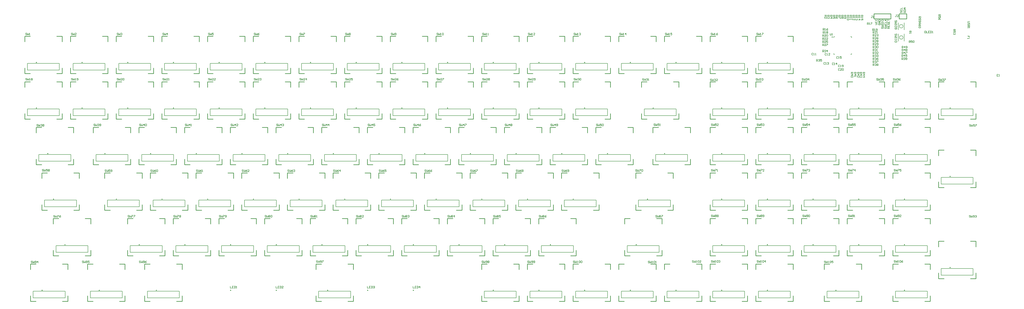
<source format=gto>
G04*
G04 #@! TF.GenerationSoftware,Altium Limited,Altium Designer,18.1.7 (191)*
G04*
G04 Layer_Color=65535*
%FSLAX25Y25*%
%MOIN*%
G70*
G01*
G75*
%ADD10C,0.00500*%
%ADD11C,0.00984*%
%ADD12C,0.01000*%
%ADD13C,0.00787*%
%ADD14C,0.00600*%
D10*
X1454702Y459900D02*
G03*
X1454702Y459900I-2953J0D01*
G01*
X1454672Y478319D02*
G03*
X1454672Y478319I-2953J0D01*
G01*
X1446828Y453995D02*
Y465805D01*
X1456671Y453995D02*
Y465805D01*
X1456640Y472413D02*
Y484224D01*
X1446797Y472413D02*
Y484224D01*
X1029787Y331161D02*
X1082214D01*
X1029787Y342184D02*
X1082214D01*
Y331161D02*
Y342184D01*
X1029787Y331161D02*
Y342184D01*
X1329787Y31161D02*
Y42184D01*
X1382214Y31161D02*
Y42184D01*
X1329787D02*
X1382214D01*
X1329787Y31161D02*
X1382214D01*
X1001937Y106161D02*
Y117184D01*
X1054364Y106161D02*
Y117184D01*
X1001937D02*
X1054364D01*
X1001937Y106161D02*
X1054364D01*
X495411Y31161D02*
X547839D01*
X495411Y42184D02*
X547839D01*
Y31161D02*
Y42184D01*
X495411Y31161D02*
Y42184D01*
X1517287Y218661D02*
Y229684D01*
X1569714Y218661D02*
Y229684D01*
X1517287D02*
X1569714D01*
X1517287Y218661D02*
X1569714D01*
X1517287Y68661D02*
Y79684D01*
X1569714Y68661D02*
Y79684D01*
X1517287D02*
X1569714D01*
X1517287Y68661D02*
X1569714D01*
X1020412Y181161D02*
X1072839D01*
X1020412Y192184D02*
X1072839D01*
Y181161D02*
Y192184D01*
X1020412Y181161D02*
Y192184D01*
X64201Y106161D02*
X116628D01*
X64201Y117184D02*
X116628D01*
Y106161D02*
Y117184D01*
X64201Y106161D02*
Y117184D01*
X45412Y181161D02*
X97839D01*
X45412Y192184D02*
X97839D01*
Y181161D02*
Y192184D01*
X45412Y181161D02*
Y192184D01*
X36037Y256161D02*
X88464D01*
X36037Y267184D02*
X88464D01*
Y256161D02*
Y267184D01*
X36037Y256161D02*
Y267184D01*
X1048537Y256161D02*
X1100964D01*
X1048537Y267184D02*
X1100964D01*
Y256161D02*
Y267184D01*
X1048537Y256161D02*
Y267184D01*
X26699Y31161D02*
X79127D01*
X26699Y42184D02*
X79127D01*
Y31161D02*
Y42184D01*
X26699Y31161D02*
Y42184D01*
X120449Y31161D02*
Y42184D01*
X172877Y31161D02*
Y42184D01*
X120449D02*
X172877D01*
X120449Y31161D02*
X172877D01*
X214199D02*
X266627D01*
X214199Y42184D02*
X266627D01*
Y31161D02*
Y42184D01*
X214199Y31161D02*
Y42184D01*
X17287Y406161D02*
X69714D01*
X17287Y417184D02*
X69714D01*
Y406161D02*
Y417184D01*
X17287Y406161D02*
Y417184D01*
X92287Y406161D02*
X144714D01*
X92287Y417184D02*
X144714D01*
Y406161D02*
Y417184D01*
X92287Y406161D02*
Y417184D01*
X167287Y406161D02*
X219714D01*
X167287Y417184D02*
X219714D01*
Y406161D02*
Y417184D01*
X167287Y406161D02*
Y417184D01*
X242287Y406161D02*
X294714D01*
X242287Y417184D02*
X294714D01*
Y406161D02*
Y417184D01*
X242287Y406161D02*
Y417184D01*
X317287Y406161D02*
X369714D01*
X317287Y417184D02*
X369714D01*
Y406161D02*
Y417184D01*
X317287Y406161D02*
Y417184D01*
X392287Y406161D02*
X444714D01*
X392287Y417184D02*
X444714D01*
Y406161D02*
Y417184D01*
X392287Y406161D02*
Y417184D01*
X467287Y406161D02*
X519714D01*
X467287Y417184D02*
X519714D01*
Y406161D02*
Y417184D01*
X467287Y406161D02*
Y417184D01*
X542287Y406161D02*
X594714D01*
X542287Y417184D02*
X594714D01*
Y406161D02*
Y417184D01*
X542287Y406161D02*
Y417184D01*
X617287Y406161D02*
X669714D01*
X617287Y417184D02*
X669714D01*
Y406161D02*
Y417184D01*
X617287Y406161D02*
Y417184D01*
X692287Y406161D02*
X744714D01*
X692287Y417184D02*
X744714D01*
Y406161D02*
Y417184D01*
X692287Y406161D02*
Y417184D01*
X767287Y406161D02*
X819714D01*
X767287Y417184D02*
X819714D01*
Y406161D02*
Y417184D01*
X767287Y406161D02*
Y417184D01*
X842287Y406161D02*
X894714D01*
X842287Y417184D02*
X894714D01*
Y406161D02*
Y417184D01*
X842287Y406161D02*
Y417184D01*
X917287Y406161D02*
X969714D01*
X917287Y417184D02*
X969714D01*
Y406161D02*
Y417184D01*
X917287Y406161D02*
Y417184D01*
X992287Y406161D02*
X1044714D01*
X992287Y417184D02*
X1044714D01*
Y406161D02*
Y417184D01*
X992287Y406161D02*
Y417184D01*
X1067287Y406161D02*
X1119714D01*
X1067287Y417184D02*
X1119714D01*
Y406161D02*
Y417184D01*
X1067287Y406161D02*
Y417184D01*
X1142287Y406161D02*
X1194714D01*
X1142287Y417184D02*
X1194714D01*
Y406161D02*
Y417184D01*
X1142287Y406161D02*
Y417184D01*
X1217287Y406161D02*
X1269714D01*
X1217287Y417184D02*
X1269714D01*
Y406161D02*
Y417184D01*
X1217287Y406161D02*
Y417184D01*
X17287Y331161D02*
X69714D01*
X17287Y342184D02*
X69714D01*
Y331161D02*
Y342184D01*
X17287Y331161D02*
Y342184D01*
X92287Y331161D02*
X144714D01*
X92287Y342184D02*
X144714D01*
Y331161D02*
Y342184D01*
X92287Y331161D02*
Y342184D01*
X167287Y331161D02*
X219714D01*
X167287Y342184D02*
X219714D01*
Y331161D02*
Y342184D01*
X167287Y331161D02*
Y342184D01*
X242287Y331161D02*
X294714D01*
X242287Y342184D02*
X294714D01*
Y331161D02*
Y342184D01*
X242287Y331161D02*
Y342184D01*
X317287Y331161D02*
X369714D01*
X317287Y342184D02*
X369714D01*
Y331161D02*
Y342184D01*
X317287Y331161D02*
Y342184D01*
X392287Y331161D02*
X444714D01*
X392287Y342184D02*
X444714D01*
Y331161D02*
Y342184D01*
X392287Y331161D02*
Y342184D01*
X467287Y331161D02*
X519714D01*
X467287Y342184D02*
X519714D01*
Y331161D02*
Y342184D01*
X467287Y331161D02*
Y342184D01*
X542287Y331161D02*
X594714D01*
X542287Y342184D02*
X594714D01*
Y331161D02*
Y342184D01*
X542287Y331161D02*
Y342184D01*
X617287Y331161D02*
X669714D01*
X617287Y342184D02*
X669714D01*
Y331161D02*
Y342184D01*
X617287Y331161D02*
Y342184D01*
X692287Y331161D02*
X744714D01*
X692287Y342184D02*
X744714D01*
Y331161D02*
Y342184D01*
X692287Y331161D02*
Y342184D01*
X767287Y331161D02*
X819714D01*
X767287Y342184D02*
X819714D01*
Y331161D02*
Y342184D01*
X767287Y331161D02*
Y342184D01*
X842287Y331161D02*
X894714D01*
X842287Y342184D02*
X894714D01*
Y331161D02*
Y342184D01*
X842287Y331161D02*
Y342184D01*
X917287Y331161D02*
X969714D01*
X917287Y342184D02*
X969714D01*
Y331161D02*
Y342184D01*
X917287Y331161D02*
Y342184D01*
X1142287Y331161D02*
X1194714D01*
X1142287Y342184D02*
X1194714D01*
Y331161D02*
Y342184D01*
X1142287Y331161D02*
Y342184D01*
X1217287Y331161D02*
X1269714D01*
X1217287Y342184D02*
X1269714D01*
Y331161D02*
Y342184D01*
X1217287Y331161D02*
Y342184D01*
X1292287Y331161D02*
X1344714D01*
X1292287Y342184D02*
X1344714D01*
Y331161D02*
Y342184D01*
X1292287Y331161D02*
Y342184D01*
X1367287Y331161D02*
X1419714D01*
X1367287Y342184D02*
X1419714D01*
Y331161D02*
Y342184D01*
X1367287Y331161D02*
Y342184D01*
X1442287Y331161D02*
X1494714D01*
X1442287Y342184D02*
X1494714D01*
Y331161D02*
Y342184D01*
X1442287Y331161D02*
Y342184D01*
X1517287Y331161D02*
X1569714D01*
X1517287Y342184D02*
X1569714D01*
Y331161D02*
Y342184D01*
X1517287Y331161D02*
Y342184D01*
X129787Y256161D02*
X182214D01*
X129787Y267184D02*
X182214D01*
Y256161D02*
Y267184D01*
X129787Y256161D02*
Y267184D01*
X204787Y256161D02*
X257214D01*
X204787Y267184D02*
X257214D01*
Y256161D02*
Y267184D01*
X204787Y256161D02*
Y267184D01*
X279787Y256161D02*
X332214D01*
X279787Y267184D02*
X332214D01*
Y256161D02*
Y267184D01*
X279787Y256161D02*
Y267184D01*
X354787Y256161D02*
X407214D01*
X354787Y267184D02*
X407214D01*
Y256161D02*
Y267184D01*
X354787Y256161D02*
Y267184D01*
X429787Y256161D02*
X482214D01*
X429787Y267184D02*
X482214D01*
Y256161D02*
Y267184D01*
X429787Y256161D02*
Y267184D01*
X504787Y256161D02*
X557214D01*
X504787Y267184D02*
X557214D01*
Y256161D02*
Y267184D01*
X504787Y256161D02*
Y267184D01*
X579787Y256161D02*
X632214D01*
X579787Y267184D02*
X632214D01*
Y256161D02*
Y267184D01*
X579787Y256161D02*
Y267184D01*
X654787Y256161D02*
X707214D01*
X654787Y267184D02*
X707214D01*
Y256161D02*
Y267184D01*
X654787Y256161D02*
Y267184D01*
X729787Y256161D02*
X782214D01*
X729787Y267184D02*
X782214D01*
Y256161D02*
Y267184D01*
X729787Y256161D02*
Y267184D01*
X804787Y256161D02*
X857214D01*
X804787Y267184D02*
X857214D01*
Y256161D02*
Y267184D01*
X804787Y256161D02*
Y267184D01*
X879787Y256161D02*
X932214D01*
X879787Y267184D02*
X932214D01*
Y256161D02*
Y267184D01*
X879787Y256161D02*
Y267184D01*
X954787Y256161D02*
X1007214D01*
X954787Y267184D02*
X1007214D01*
Y256161D02*
Y267184D01*
X954787Y256161D02*
Y267184D01*
X1142287Y256161D02*
X1194714D01*
X1142287Y267184D02*
X1194714D01*
Y256161D02*
Y267184D01*
X1142287Y256161D02*
Y267184D01*
X1217287Y256161D02*
X1269714D01*
X1217287Y267184D02*
X1269714D01*
Y256161D02*
Y267184D01*
X1217287Y256161D02*
Y267184D01*
X1292287Y256161D02*
X1344714D01*
X1292287Y267184D02*
X1344714D01*
Y256161D02*
Y267184D01*
X1292287Y256161D02*
Y267184D01*
X1367287Y256161D02*
X1419714D01*
X1367287Y267184D02*
X1419714D01*
Y256161D02*
Y267184D01*
X1367287Y256161D02*
Y267184D01*
X1442287Y256161D02*
X1494714D01*
X1442287Y267184D02*
X1494714D01*
Y256161D02*
Y267184D01*
X1442287Y256161D02*
Y267184D01*
X148537Y181161D02*
X200964D01*
X148537Y192184D02*
X200964D01*
Y181161D02*
Y192184D01*
X148537Y181161D02*
Y192184D01*
X223537Y181161D02*
X275964D01*
X223537Y192184D02*
X275964D01*
Y181161D02*
Y192184D01*
X223537Y181161D02*
Y192184D01*
X448537Y181161D02*
X500964D01*
X448537Y192184D02*
X500964D01*
Y181161D02*
Y192184D01*
X448537Y181161D02*
Y192184D01*
X523537Y181161D02*
X575964D01*
X523537Y192184D02*
X575964D01*
Y181161D02*
Y192184D01*
X523537Y181161D02*
Y192184D01*
X598537Y181161D02*
X650964D01*
X598537Y192184D02*
X650964D01*
Y181161D02*
Y192184D01*
X598537Y181161D02*
Y192184D01*
X673537Y181161D02*
X725964D01*
X673537Y192184D02*
X725964D01*
Y181161D02*
Y192184D01*
X673537Y181161D02*
Y192184D01*
X748537Y181161D02*
X800964D01*
X748537Y192184D02*
X800964D01*
Y181161D02*
Y192184D01*
X748537Y181161D02*
Y192184D01*
X823537Y181161D02*
X875964D01*
X823537Y192184D02*
X875964D01*
Y181161D02*
Y192184D01*
X823537Y181161D02*
Y192184D01*
X898537Y181161D02*
X950964D01*
X898537Y192184D02*
X950964D01*
Y181161D02*
Y192184D01*
X898537Y181161D02*
Y192184D01*
X1142287Y181161D02*
X1194714D01*
X1142287Y192184D02*
X1194714D01*
Y181161D02*
Y192184D01*
X1142287Y181161D02*
Y192184D01*
X1217287Y181161D02*
X1269714D01*
X1217287Y192184D02*
X1269714D01*
Y181161D02*
Y192184D01*
X1217287Y181161D02*
Y192184D01*
X1292287Y181161D02*
X1344714D01*
X1292287Y192184D02*
X1344714D01*
Y181161D02*
Y192184D01*
X1292287Y181161D02*
Y192184D01*
X1367287Y181161D02*
X1419714D01*
X1367287Y192184D02*
X1419714D01*
Y181161D02*
Y192184D01*
X1367287Y181161D02*
Y192184D01*
X1442287Y181161D02*
X1494714D01*
X1442287Y192184D02*
X1494714D01*
Y181161D02*
Y192184D01*
X1442287Y181161D02*
Y192184D01*
X298537Y181161D02*
X350964D01*
X298537Y192184D02*
X350964D01*
Y181161D02*
Y192184D01*
X298537Y181161D02*
Y192184D01*
X373537Y181161D02*
X425964D01*
X373537Y192184D02*
X425964D01*
Y181161D02*
Y192184D01*
X373537Y181161D02*
Y192184D01*
X186087Y106161D02*
X238514D01*
X186087Y117184D02*
X238514D01*
Y106161D02*
Y117184D01*
X186087Y106161D02*
Y117184D01*
X261087Y106161D02*
X313514D01*
X261087Y117184D02*
X313514D01*
Y106161D02*
Y117184D01*
X261087Y106161D02*
Y117184D01*
X336087Y106161D02*
X388514D01*
X336087Y117184D02*
X388514D01*
Y106161D02*
Y117184D01*
X336087Y106161D02*
Y117184D01*
X411087Y106161D02*
X463514D01*
X411087Y117184D02*
X463514D01*
Y106161D02*
Y117184D01*
X411087Y106161D02*
Y117184D01*
X486087Y106161D02*
X538514D01*
X486087Y117184D02*
X538514D01*
Y106161D02*
Y117184D01*
X486087Y106161D02*
Y117184D01*
X561087Y106161D02*
X613514D01*
X561087Y117184D02*
X613514D01*
Y106161D02*
Y117184D01*
X561087Y106161D02*
Y117184D01*
X636087Y106161D02*
X688514D01*
X636087Y117184D02*
X688514D01*
Y106161D02*
Y117184D01*
X636087Y106161D02*
Y117184D01*
X711087Y106161D02*
X763514D01*
X711087Y117184D02*
X763514D01*
Y106161D02*
Y117184D01*
X711087Y106161D02*
Y117184D01*
X786087Y106161D02*
X838514D01*
X786087Y117184D02*
X838514D01*
Y106161D02*
Y117184D01*
X786087Y106161D02*
Y117184D01*
X861087Y106161D02*
X913514D01*
X861087Y117184D02*
X913514D01*
Y106161D02*
Y117184D01*
X861087Y106161D02*
Y117184D01*
X1142287Y106161D02*
X1194714D01*
X1142287Y117184D02*
X1194714D01*
Y106161D02*
Y117184D01*
X1142287Y106161D02*
Y117184D01*
X1217287Y106161D02*
X1269714D01*
X1217287Y117184D02*
X1269714D01*
Y106161D02*
Y117184D01*
X1217287Y106161D02*
Y117184D01*
X1292287Y106161D02*
X1344714D01*
X1292287Y117184D02*
X1344714D01*
Y106161D02*
Y117184D01*
X1292287Y106161D02*
Y117184D01*
X1367287Y106161D02*
X1419714D01*
X1367287Y117184D02*
X1419714D01*
Y106161D02*
Y117184D01*
X1367287Y106161D02*
Y117184D01*
X1442287Y106161D02*
X1494714D01*
X1442287Y117184D02*
X1494714D01*
Y106161D02*
Y117184D01*
X1442287Y106161D02*
Y117184D01*
X767287Y31161D02*
X819714D01*
X767287Y42184D02*
X819714D01*
Y31161D02*
Y42184D01*
X767287Y31161D02*
Y42184D01*
X917287Y31161D02*
X969714D01*
X917287Y42184D02*
X969714D01*
Y31161D02*
Y42184D01*
X917287Y31161D02*
Y42184D01*
X992287Y31161D02*
X1044714D01*
X992287Y42184D02*
X1044714D01*
Y31161D02*
Y42184D01*
X992287Y31161D02*
Y42184D01*
X1067287Y31161D02*
X1119714D01*
X1067287Y42184D02*
X1119714D01*
Y31161D02*
Y42184D01*
X1067287Y31161D02*
Y42184D01*
X1142287Y31161D02*
X1194714D01*
X1142287Y42184D02*
X1194714D01*
Y31161D02*
Y42184D01*
X1142287Y31161D02*
Y42184D01*
X1217287Y31161D02*
X1269714D01*
X1217287Y42184D02*
X1269714D01*
Y31161D02*
Y42184D01*
X1217287Y31161D02*
Y42184D01*
X1442287Y31161D02*
X1494714D01*
X1442287Y42184D02*
X1494714D01*
Y31161D02*
Y42184D01*
X1442287Y31161D02*
Y42184D01*
X842287Y31161D02*
X894714D01*
X842287Y42184D02*
X894714D01*
Y31161D02*
Y42184D01*
X842287Y31161D02*
Y42184D01*
D11*
X1338944Y460676D02*
G03*
X1338944Y460676I-492J0D01*
G01*
D12*
X1045000Y343700D02*
G03*
X1045000Y343700I-500J0D01*
G01*
X1345000Y43700D02*
G03*
X1345000Y43700I-500J0D01*
G01*
X1017150Y118700D02*
G03*
X1017150Y118700I-500J0D01*
G01*
X351300Y43700D02*
G03*
X351300Y43700I-500J0D01*
G01*
X426300D02*
G03*
X426300Y43700I-500J0D01*
G01*
X576300D02*
G03*
X576300Y43700I-500J0D01*
G01*
X651300D02*
G03*
X651300Y43700I-500J0D01*
G01*
X510625D02*
G03*
X510625Y43700I-500J0D01*
G01*
X1532500Y231200D02*
G03*
X1532500Y231200I-500J0D01*
G01*
Y81200D02*
G03*
X1532500Y81200I-500J0D01*
G01*
X1035625Y193700D02*
G03*
X1035625Y193700I-500J0D01*
G01*
X79414Y118700D02*
G03*
X79414Y118700I-500J0D01*
G01*
X60625Y193700D02*
G03*
X60625Y193700I-500J0D01*
G01*
X51250Y268700D02*
G03*
X51250Y268700I-500J0D01*
G01*
X1063750D02*
G03*
X1063750Y268700I-500J0D01*
G01*
X41913Y43700D02*
G03*
X41913Y43700I-500J0D01*
G01*
X135663D02*
G03*
X135663Y43700I-500J0D01*
G01*
X229413D02*
G03*
X229413Y43700I-500J0D01*
G01*
X32500Y418700D02*
G03*
X32500Y418700I-500J0D01*
G01*
X107500D02*
G03*
X107500Y418700I-500J0D01*
G01*
X182500D02*
G03*
X182500Y418700I-500J0D01*
G01*
X257500D02*
G03*
X257500Y418700I-500J0D01*
G01*
X332500D02*
G03*
X332500Y418700I-500J0D01*
G01*
X407500D02*
G03*
X407500Y418700I-500J0D01*
G01*
X482500D02*
G03*
X482500Y418700I-500J0D01*
G01*
X557500D02*
G03*
X557500Y418700I-500J0D01*
G01*
X632500D02*
G03*
X632500Y418700I-500J0D01*
G01*
X707500D02*
G03*
X707500Y418700I-500J0D01*
G01*
X782500D02*
G03*
X782500Y418700I-500J0D01*
G01*
X857500D02*
G03*
X857500Y418700I-500J0D01*
G01*
X932500D02*
G03*
X932500Y418700I-500J0D01*
G01*
X1007500D02*
G03*
X1007500Y418700I-500J0D01*
G01*
X1082500D02*
G03*
X1082500Y418700I-500J0D01*
G01*
X1157500D02*
G03*
X1157500Y418700I-500J0D01*
G01*
X1232500D02*
G03*
X1232500Y418700I-500J0D01*
G01*
X32500Y343700D02*
G03*
X32500Y343700I-500J0D01*
G01*
X107500D02*
G03*
X107500Y343700I-500J0D01*
G01*
X182500D02*
G03*
X182500Y343700I-500J0D01*
G01*
X257500D02*
G03*
X257500Y343700I-500J0D01*
G01*
X332500D02*
G03*
X332500Y343700I-500J0D01*
G01*
X407500D02*
G03*
X407500Y343700I-500J0D01*
G01*
X482500D02*
G03*
X482500Y343700I-500J0D01*
G01*
X557500D02*
G03*
X557500Y343700I-500J0D01*
G01*
X632500D02*
G03*
X632500Y343700I-500J0D01*
G01*
X707500D02*
G03*
X707500Y343700I-500J0D01*
G01*
X782500D02*
G03*
X782500Y343700I-500J0D01*
G01*
X857500D02*
G03*
X857500Y343700I-500J0D01*
G01*
X932500D02*
G03*
X932500Y343700I-500J0D01*
G01*
X1157500D02*
G03*
X1157500Y343700I-500J0D01*
G01*
X1232500D02*
G03*
X1232500Y343700I-500J0D01*
G01*
X1307500D02*
G03*
X1307500Y343700I-500J0D01*
G01*
X1382500D02*
G03*
X1382500Y343700I-500J0D01*
G01*
X1457500D02*
G03*
X1457500Y343700I-500J0D01*
G01*
X1532500D02*
G03*
X1532500Y343700I-500J0D01*
G01*
X145000Y268700D02*
G03*
X145000Y268700I-500J0D01*
G01*
X220000D02*
G03*
X220000Y268700I-500J0D01*
G01*
X295000D02*
G03*
X295000Y268700I-500J0D01*
G01*
X370000D02*
G03*
X370000Y268700I-500J0D01*
G01*
X445000D02*
G03*
X445000Y268700I-500J0D01*
G01*
X520000D02*
G03*
X520000Y268700I-500J0D01*
G01*
X595000D02*
G03*
X595000Y268700I-500J0D01*
G01*
X670000D02*
G03*
X670000Y268700I-500J0D01*
G01*
X745000D02*
G03*
X745000Y268700I-500J0D01*
G01*
X820000D02*
G03*
X820000Y268700I-500J0D01*
G01*
X895000D02*
G03*
X895000Y268700I-500J0D01*
G01*
X970000D02*
G03*
X970000Y268700I-500J0D01*
G01*
X1157500D02*
G03*
X1157500Y268700I-500J0D01*
G01*
X1232500D02*
G03*
X1232500Y268700I-500J0D01*
G01*
X1307500D02*
G03*
X1307500Y268700I-500J0D01*
G01*
X1382500D02*
G03*
X1382500Y268700I-500J0D01*
G01*
X1457500D02*
G03*
X1457500Y268700I-500J0D01*
G01*
X163750Y193700D02*
G03*
X163750Y193700I-500J0D01*
G01*
X238750D02*
G03*
X238750Y193700I-500J0D01*
G01*
X463750D02*
G03*
X463750Y193700I-500J0D01*
G01*
X538750D02*
G03*
X538750Y193700I-500J0D01*
G01*
X613750D02*
G03*
X613750Y193700I-500J0D01*
G01*
X688750D02*
G03*
X688750Y193700I-500J0D01*
G01*
X763750D02*
G03*
X763750Y193700I-500J0D01*
G01*
X838750D02*
G03*
X838750Y193700I-500J0D01*
G01*
X913750D02*
G03*
X913750Y193700I-500J0D01*
G01*
X1157500D02*
G03*
X1157500Y193700I-500J0D01*
G01*
X1232500D02*
G03*
X1232500Y193700I-500J0D01*
G01*
X1307500D02*
G03*
X1307500Y193700I-500J0D01*
G01*
X1382500D02*
G03*
X1382500Y193700I-500J0D01*
G01*
X1457500D02*
G03*
X1457500Y193700I-500J0D01*
G01*
X313750D02*
G03*
X313750Y193700I-500J0D01*
G01*
X388750D02*
G03*
X388750Y193700I-500J0D01*
G01*
X201300Y118700D02*
G03*
X201300Y118700I-500J0D01*
G01*
X276300D02*
G03*
X276300Y118700I-500J0D01*
G01*
X351300D02*
G03*
X351300Y118700I-500J0D01*
G01*
X426300D02*
G03*
X426300Y118700I-500J0D01*
G01*
X501300D02*
G03*
X501300Y118700I-500J0D01*
G01*
X576300D02*
G03*
X576300Y118700I-500J0D01*
G01*
X651300D02*
G03*
X651300Y118700I-500J0D01*
G01*
X726300D02*
G03*
X726300Y118700I-500J0D01*
G01*
X801300D02*
G03*
X801300Y118700I-500J0D01*
G01*
X876300D02*
G03*
X876300Y118700I-500J0D01*
G01*
X1157500D02*
G03*
X1157500Y118700I-500J0D01*
G01*
X1232500D02*
G03*
X1232500Y118700I-500J0D01*
G01*
X1307500D02*
G03*
X1307500Y118700I-500J0D01*
G01*
X1382500D02*
G03*
X1382500Y118700I-500J0D01*
G01*
X1457500D02*
G03*
X1457500Y118700I-500J0D01*
G01*
X782500Y43700D02*
G03*
X782500Y43700I-500J0D01*
G01*
X932500D02*
G03*
X932500Y43700I-500J0D01*
G01*
X1007500D02*
G03*
X1007500Y43700I-500J0D01*
G01*
X1082500D02*
G03*
X1082500Y43700I-500J0D01*
G01*
X1157500D02*
G03*
X1157500Y43700I-500J0D01*
G01*
X1232500D02*
G03*
X1232500Y43700I-500J0D01*
G01*
X1457500D02*
G03*
X1457500Y43700I-500J0D01*
G01*
X857500D02*
G03*
X857500Y43700I-500J0D01*
G01*
X1448350Y490666D02*
X1460629D01*
X1448350D02*
Y498934D01*
X1460629Y490666D02*
Y498934D01*
X1448350D02*
X1460629D01*
X1406970D02*
X1434529D01*
Y490666D02*
Y498934D01*
X1406970Y490666D02*
Y498934D01*
Y490666D02*
X1434529D01*
X1077654Y325491D02*
X1086709D01*
X1025291D02*
X1034346D01*
X1025291D02*
Y334546D01*
X1086709Y325491D02*
Y334546D01*
X1077654Y386909D02*
X1086709D01*
X1025291D02*
X1034346D01*
X1086709Y377853D02*
Y386909D01*
X1025291Y377853D02*
Y386909D01*
X1325291Y77854D02*
Y86909D01*
X1386709Y77854D02*
Y86909D01*
X1325291D02*
X1334346D01*
X1377654D02*
X1386709D01*
Y25491D02*
Y34547D01*
X1325291Y25491D02*
Y34547D01*
Y25491D02*
X1334346D01*
X1377654D02*
X1386709D01*
X997441Y152854D02*
Y161909D01*
X1058859Y152854D02*
Y161909D01*
X997441D02*
X1006496D01*
X1049804D02*
X1058859D01*
Y100491D02*
Y109546D01*
X997441Y100491D02*
Y109546D01*
Y100491D02*
X1006496D01*
X1049804D02*
X1058859D01*
X543279Y25491D02*
X552334D01*
X490916D02*
X499971D01*
X490916D02*
Y34546D01*
X552334Y25491D02*
Y34546D01*
X543279Y86909D02*
X552334D01*
X490916D02*
X499971D01*
X552334Y77854D02*
Y86909D01*
X490916Y77854D02*
Y86909D01*
X1565154Y212991D02*
X1574209D01*
X1512791D02*
X1521846D01*
X1512791D02*
Y222046D01*
X1574209Y212991D02*
Y222046D01*
X1565154Y274409D02*
X1574209D01*
X1512791D02*
X1521846D01*
X1574209Y265353D02*
Y274409D01*
X1512791Y265353D02*
Y274409D01*
X1565154Y62991D02*
X1574209D01*
X1512791D02*
X1521846D01*
X1512791D02*
Y72047D01*
X1574209Y62991D02*
Y72047D01*
X1565154Y124409D02*
X1574209D01*
X1512791D02*
X1521846D01*
X1574209Y115354D02*
Y124409D01*
X1512791Y115354D02*
Y124409D01*
X1068279Y175491D02*
X1077334D01*
X1015916D02*
X1024971D01*
X1015916D02*
Y184546D01*
X1077334Y175491D02*
Y184546D01*
X1068279Y236909D02*
X1077334D01*
X1015916D02*
X1024971D01*
X1077334Y227853D02*
Y236909D01*
X1015916Y227853D02*
Y236909D01*
X112067Y100491D02*
X121122D01*
X59705D02*
X68760D01*
X59705D02*
Y109546D01*
X121122Y100491D02*
Y109546D01*
X112067Y161909D02*
X121122D01*
X59705D02*
X68760D01*
X121122Y152854D02*
Y161909D01*
X59705Y152854D02*
Y161909D01*
X40916Y227853D02*
Y236909D01*
X102334Y227853D02*
Y236909D01*
X40916D02*
X49971D01*
X93278D02*
X102334D01*
Y175491D02*
Y184546D01*
X40916Y175491D02*
Y184546D01*
Y175491D02*
X49971D01*
X93278D02*
X102334D01*
X31541Y302853D02*
Y311909D01*
X92959Y302853D02*
Y311909D01*
X31541D02*
X40596D01*
X83903D02*
X92959D01*
Y250491D02*
Y259546D01*
X31541Y250491D02*
Y259546D01*
Y250491D02*
X40596D01*
X83903D02*
X92959D01*
X1044041Y302853D02*
Y311909D01*
X1105459Y302853D02*
Y311909D01*
X1044041D02*
X1053096D01*
X1096404D02*
X1105459D01*
Y250491D02*
Y259546D01*
X1044041Y250491D02*
Y259546D01*
Y250491D02*
X1053096D01*
X1096404D02*
X1105459D01*
X22204Y77854D02*
Y86909D01*
X83621Y77854D02*
Y86909D01*
X22204D02*
X31259D01*
X74566D02*
X83621D01*
Y25491D02*
Y34547D01*
X22204Y25491D02*
Y34547D01*
Y25491D02*
X31259D01*
X74566D02*
X83621D01*
X168316D02*
X177371D01*
X115954D02*
X125009D01*
X115954D02*
Y34547D01*
X177371Y25491D02*
Y34547D01*
X168316Y86909D02*
X177371D01*
X115954D02*
X125009D01*
X177371Y77854D02*
Y86909D01*
X115954Y77854D02*
Y86909D01*
X209704Y77854D02*
Y86909D01*
X271121Y77854D02*
Y86909D01*
X209704D02*
X218759D01*
X262066D02*
X271121D01*
Y25491D02*
Y34547D01*
X209704Y25491D02*
Y34547D01*
Y25491D02*
X218759D01*
X262066D02*
X271121D01*
X12791Y452853D02*
Y461909D01*
X74209Y452853D02*
Y461909D01*
X12791D02*
X21846D01*
X65153D02*
X74209D01*
Y400491D02*
Y409547D01*
X12791Y400491D02*
Y409547D01*
Y400491D02*
X21846D01*
X65153D02*
X74209D01*
X87791Y452853D02*
Y461909D01*
X149209Y452853D02*
Y461909D01*
X87791D02*
X96846D01*
X140154D02*
X149209D01*
Y400491D02*
Y409547D01*
X87791Y400491D02*
Y409547D01*
Y400491D02*
X96846D01*
X140154D02*
X149209D01*
X162791Y452853D02*
Y461909D01*
X224209Y452853D02*
Y461909D01*
X162791D02*
X171846D01*
X215154D02*
X224209D01*
Y400491D02*
Y409547D01*
X162791Y400491D02*
Y409547D01*
Y400491D02*
X171846D01*
X215154D02*
X224209D01*
X237791Y452853D02*
Y461909D01*
X299209Y452853D02*
Y461909D01*
X237791D02*
X246846D01*
X290154D02*
X299209D01*
Y400491D02*
Y409547D01*
X237791Y400491D02*
Y409547D01*
Y400491D02*
X246846D01*
X290154D02*
X299209D01*
X312791Y452853D02*
Y461909D01*
X374209Y452853D02*
Y461909D01*
X312791D02*
X321846D01*
X365154D02*
X374209D01*
Y400491D02*
Y409547D01*
X312791Y400491D02*
Y409547D01*
Y400491D02*
X321846D01*
X365154D02*
X374209D01*
X387791Y452853D02*
Y461909D01*
X449209Y452853D02*
Y461909D01*
X387791D02*
X396846D01*
X440154D02*
X449209D01*
Y400491D02*
Y409547D01*
X387791Y400491D02*
Y409547D01*
Y400491D02*
X396846D01*
X440154D02*
X449209D01*
X462791Y452853D02*
Y461909D01*
X524209Y452853D02*
Y461909D01*
X462791D02*
X471846D01*
X515154D02*
X524209D01*
Y400491D02*
Y409547D01*
X462791Y400491D02*
Y409547D01*
Y400491D02*
X471846D01*
X515154D02*
X524209D01*
X537791Y452853D02*
Y461909D01*
X599209Y452853D02*
Y461909D01*
X537791D02*
X546846D01*
X590154D02*
X599209D01*
Y400491D02*
Y409547D01*
X537791Y400491D02*
Y409547D01*
Y400491D02*
X546846D01*
X590154D02*
X599209D01*
X612791Y452853D02*
Y461909D01*
X674209Y452853D02*
Y461909D01*
X612791D02*
X621846D01*
X665154D02*
X674209D01*
Y400491D02*
Y409547D01*
X612791Y400491D02*
Y409547D01*
Y400491D02*
X621846D01*
X665154D02*
X674209D01*
X687791Y452853D02*
Y461909D01*
X749209Y452853D02*
Y461909D01*
X687791D02*
X696846D01*
X740154D02*
X749209D01*
Y400491D02*
Y409547D01*
X687791Y400491D02*
Y409547D01*
Y400491D02*
X696846D01*
X740154D02*
X749209D01*
X762791Y452853D02*
Y461909D01*
X824209Y452853D02*
Y461909D01*
X762791D02*
X771846D01*
X815154D02*
X824209D01*
Y400491D02*
Y409547D01*
X762791Y400491D02*
Y409547D01*
Y400491D02*
X771846D01*
X815154D02*
X824209D01*
X837791Y452853D02*
Y461909D01*
X899209Y452853D02*
Y461909D01*
X837791D02*
X846846D01*
X890154D02*
X899209D01*
Y400491D02*
Y409547D01*
X837791Y400491D02*
Y409547D01*
Y400491D02*
X846846D01*
X890154D02*
X899209D01*
X912791Y452853D02*
Y461909D01*
X974209Y452853D02*
Y461909D01*
X912791D02*
X921846D01*
X965154D02*
X974209D01*
Y400491D02*
Y409547D01*
X912791Y400491D02*
Y409547D01*
Y400491D02*
X921846D01*
X965154D02*
X974209D01*
X987791Y452853D02*
Y461909D01*
X1049209Y452853D02*
Y461909D01*
X987791D02*
X996846D01*
X1040154D02*
X1049209D01*
Y400491D02*
Y409547D01*
X987791Y400491D02*
Y409547D01*
Y400491D02*
X996846D01*
X1040154D02*
X1049209D01*
X1062791Y452853D02*
Y461909D01*
X1124209Y452853D02*
Y461909D01*
X1062791D02*
X1071846D01*
X1115154D02*
X1124209D01*
Y400491D02*
Y409547D01*
X1062791Y400491D02*
Y409547D01*
Y400491D02*
X1071846D01*
X1115154D02*
X1124209D01*
X1137791Y452853D02*
Y461909D01*
X1199209Y452853D02*
Y461909D01*
X1137791D02*
X1146846D01*
X1190154D02*
X1199209D01*
Y400491D02*
Y409547D01*
X1137791Y400491D02*
Y409547D01*
Y400491D02*
X1146846D01*
X1190154D02*
X1199209D01*
X1212791Y452853D02*
Y461909D01*
X1274209Y452853D02*
Y461909D01*
X1212791D02*
X1221846D01*
X1265154D02*
X1274209D01*
Y400491D02*
Y409547D01*
X1212791Y400491D02*
Y409547D01*
Y400491D02*
X1221846D01*
X1265154D02*
X1274209D01*
X12791Y377853D02*
Y386909D01*
X74209Y377853D02*
Y386909D01*
X12791D02*
X21846D01*
X65153D02*
X74209D01*
Y325491D02*
Y334546D01*
X12791Y325491D02*
Y334546D01*
Y325491D02*
X21846D01*
X65153D02*
X74209D01*
X87791Y377853D02*
Y386909D01*
X149209Y377853D02*
Y386909D01*
X87791D02*
X96846D01*
X140154D02*
X149209D01*
Y325491D02*
Y334546D01*
X87791Y325491D02*
Y334546D01*
Y325491D02*
X96846D01*
X140154D02*
X149209D01*
X162791Y377853D02*
Y386909D01*
X224209Y377853D02*
Y386909D01*
X162791D02*
X171846D01*
X215154D02*
X224209D01*
Y325491D02*
Y334546D01*
X162791Y325491D02*
Y334546D01*
Y325491D02*
X171846D01*
X215154D02*
X224209D01*
X237791Y377853D02*
Y386909D01*
X299209Y377853D02*
Y386909D01*
X237791D02*
X246846D01*
X290154D02*
X299209D01*
Y325491D02*
Y334546D01*
X237791Y325491D02*
Y334546D01*
Y325491D02*
X246846D01*
X290154D02*
X299209D01*
X312791Y377853D02*
Y386909D01*
X374209Y377853D02*
Y386909D01*
X312791D02*
X321846D01*
X365154D02*
X374209D01*
Y325491D02*
Y334546D01*
X312791Y325491D02*
Y334546D01*
Y325491D02*
X321846D01*
X365154D02*
X374209D01*
X387791Y377853D02*
Y386909D01*
X449209Y377853D02*
Y386909D01*
X387791D02*
X396846D01*
X440154D02*
X449209D01*
Y325491D02*
Y334546D01*
X387791Y325491D02*
Y334546D01*
Y325491D02*
X396846D01*
X440154D02*
X449209D01*
X462791Y377853D02*
Y386909D01*
X524209Y377853D02*
Y386909D01*
X462791D02*
X471846D01*
X515154D02*
X524209D01*
Y325491D02*
Y334546D01*
X462791Y325491D02*
Y334546D01*
Y325491D02*
X471846D01*
X515154D02*
X524209D01*
X537791Y377853D02*
Y386909D01*
X599209Y377853D02*
Y386909D01*
X537791D02*
X546846D01*
X590154D02*
X599209D01*
Y325491D02*
Y334546D01*
X537791Y325491D02*
Y334546D01*
Y325491D02*
X546846D01*
X590154D02*
X599209D01*
X612791Y377853D02*
Y386909D01*
X674209Y377853D02*
Y386909D01*
X612791D02*
X621846D01*
X665154D02*
X674209D01*
Y325491D02*
Y334546D01*
X612791Y325491D02*
Y334546D01*
Y325491D02*
X621846D01*
X665154D02*
X674209D01*
X687791Y377853D02*
Y386909D01*
X749209Y377853D02*
Y386909D01*
X687791D02*
X696846D01*
X740154D02*
X749209D01*
Y325491D02*
Y334546D01*
X687791Y325491D02*
Y334546D01*
Y325491D02*
X696846D01*
X740154D02*
X749209D01*
X762791Y377853D02*
Y386909D01*
X824209Y377853D02*
Y386909D01*
X762791D02*
X771846D01*
X815154D02*
X824209D01*
Y325491D02*
Y334546D01*
X762791Y325491D02*
Y334546D01*
Y325491D02*
X771846D01*
X815154D02*
X824209D01*
X837791Y377853D02*
Y386909D01*
X899209Y377853D02*
Y386909D01*
X837791D02*
X846846D01*
X890154D02*
X899209D01*
Y325491D02*
Y334546D01*
X837791Y325491D02*
Y334546D01*
Y325491D02*
X846846D01*
X890154D02*
X899209D01*
X912791Y377853D02*
Y386909D01*
X974209Y377853D02*
Y386909D01*
X912791D02*
X921846D01*
X965154D02*
X974209D01*
Y325491D02*
Y334546D01*
X912791Y325491D02*
Y334546D01*
Y325491D02*
X921846D01*
X965154D02*
X974209D01*
X1137791Y377853D02*
Y386909D01*
X1199209Y377853D02*
Y386909D01*
X1137791D02*
X1146846D01*
X1190154D02*
X1199209D01*
Y325491D02*
Y334546D01*
X1137791Y325491D02*
Y334546D01*
Y325491D02*
X1146846D01*
X1190154D02*
X1199209D01*
X1212791Y377853D02*
Y386909D01*
X1274209Y377853D02*
Y386909D01*
X1212791D02*
X1221846D01*
X1265154D02*
X1274209D01*
Y325491D02*
Y334546D01*
X1212791Y325491D02*
Y334546D01*
Y325491D02*
X1221846D01*
X1265154D02*
X1274209D01*
X1287791Y377853D02*
Y386909D01*
X1349209Y377853D02*
Y386909D01*
X1287791D02*
X1296846D01*
X1340154D02*
X1349209D01*
Y325491D02*
Y334546D01*
X1287791Y325491D02*
Y334546D01*
Y325491D02*
X1296846D01*
X1340154D02*
X1349209D01*
X1362791Y377853D02*
Y386909D01*
X1424209Y377853D02*
Y386909D01*
X1362791D02*
X1371846D01*
X1415154D02*
X1424209D01*
Y325491D02*
Y334546D01*
X1362791Y325491D02*
Y334546D01*
Y325491D02*
X1371846D01*
X1415154D02*
X1424209D01*
X1437791Y377853D02*
Y386909D01*
X1499209Y377853D02*
Y386909D01*
X1437791D02*
X1446846D01*
X1490154D02*
X1499209D01*
Y325491D02*
Y334546D01*
X1437791Y325491D02*
Y334546D01*
Y325491D02*
X1446846D01*
X1490154D02*
X1499209D01*
X1512791Y377853D02*
Y386909D01*
X1574209Y377853D02*
Y386909D01*
X1512791D02*
X1521846D01*
X1565154D02*
X1574209D01*
Y325491D02*
Y334546D01*
X1512791Y325491D02*
Y334546D01*
Y325491D02*
X1521846D01*
X1565154D02*
X1574209D01*
X125291Y302853D02*
Y311909D01*
X186709Y302853D02*
Y311909D01*
X125291D02*
X134346D01*
X177654D02*
X186709D01*
Y250491D02*
Y259546D01*
X125291Y250491D02*
Y259546D01*
Y250491D02*
X134346D01*
X177654D02*
X186709D01*
X200291Y302853D02*
Y311909D01*
X261709Y302853D02*
Y311909D01*
X200291D02*
X209346D01*
X252654D02*
X261709D01*
Y250491D02*
Y259546D01*
X200291Y250491D02*
Y259546D01*
Y250491D02*
X209346D01*
X252654D02*
X261709D01*
X275291Y302853D02*
Y311909D01*
X336709Y302853D02*
Y311909D01*
X275291D02*
X284346D01*
X327654D02*
X336709D01*
Y250491D02*
Y259546D01*
X275291Y250491D02*
Y259546D01*
Y250491D02*
X284346D01*
X327654D02*
X336709D01*
X350291Y302853D02*
Y311909D01*
X411709Y302853D02*
Y311909D01*
X350291D02*
X359346D01*
X402654D02*
X411709D01*
Y250491D02*
Y259546D01*
X350291Y250491D02*
Y259546D01*
Y250491D02*
X359346D01*
X402654D02*
X411709D01*
X425291Y302853D02*
Y311909D01*
X486709Y302853D02*
Y311909D01*
X425291D02*
X434346D01*
X477654D02*
X486709D01*
Y250491D02*
Y259546D01*
X425291Y250491D02*
Y259546D01*
Y250491D02*
X434346D01*
X477654D02*
X486709D01*
X500291Y302853D02*
Y311909D01*
X561709Y302853D02*
Y311909D01*
X500291D02*
X509346D01*
X552654D02*
X561709D01*
Y250491D02*
Y259546D01*
X500291Y250491D02*
Y259546D01*
Y250491D02*
X509346D01*
X552654D02*
X561709D01*
X575291Y302853D02*
Y311909D01*
X636709Y302853D02*
Y311909D01*
X575291D02*
X584346D01*
X627654D02*
X636709D01*
Y250491D02*
Y259546D01*
X575291Y250491D02*
Y259546D01*
Y250491D02*
X584346D01*
X627654D02*
X636709D01*
X650291Y302853D02*
Y311909D01*
X711709Y302853D02*
Y311909D01*
X650291D02*
X659346D01*
X702654D02*
X711709D01*
Y250491D02*
Y259546D01*
X650291Y250491D02*
Y259546D01*
Y250491D02*
X659346D01*
X702654D02*
X711709D01*
X725291Y302853D02*
Y311909D01*
X786709Y302853D02*
Y311909D01*
X725291D02*
X734346D01*
X777654D02*
X786709D01*
Y250491D02*
Y259546D01*
X725291Y250491D02*
Y259546D01*
Y250491D02*
X734346D01*
X777654D02*
X786709D01*
X800291Y302853D02*
Y311909D01*
X861709Y302853D02*
Y311909D01*
X800291D02*
X809346D01*
X852654D02*
X861709D01*
Y250491D02*
Y259546D01*
X800291Y250491D02*
Y259546D01*
Y250491D02*
X809346D01*
X852654D02*
X861709D01*
X875291Y302853D02*
Y311909D01*
X936709Y302853D02*
Y311909D01*
X875291D02*
X884346D01*
X927654D02*
X936709D01*
Y250491D02*
Y259546D01*
X875291Y250491D02*
Y259546D01*
Y250491D02*
X884346D01*
X927654D02*
X936709D01*
X950291Y302853D02*
Y311909D01*
X1011709Y302853D02*
Y311909D01*
X950291D02*
X959346D01*
X1002654D02*
X1011709D01*
Y250491D02*
Y259546D01*
X950291Y250491D02*
Y259546D01*
Y250491D02*
X959346D01*
X1002654D02*
X1011709D01*
X1137791Y302853D02*
Y311909D01*
X1199209Y302853D02*
Y311909D01*
X1137791D02*
X1146846D01*
X1190154D02*
X1199209D01*
Y250491D02*
Y259546D01*
X1137791Y250491D02*
Y259546D01*
Y250491D02*
X1146846D01*
X1190154D02*
X1199209D01*
X1212791Y302853D02*
Y311909D01*
X1274209Y302853D02*
Y311909D01*
X1212791D02*
X1221846D01*
X1265154D02*
X1274209D01*
Y250491D02*
Y259546D01*
X1212791Y250491D02*
Y259546D01*
Y250491D02*
X1221846D01*
X1265154D02*
X1274209D01*
X1287791Y302853D02*
Y311909D01*
X1349209Y302853D02*
Y311909D01*
X1287791D02*
X1296846D01*
X1340154D02*
X1349209D01*
Y250491D02*
Y259546D01*
X1287791Y250491D02*
Y259546D01*
Y250491D02*
X1296846D01*
X1340154D02*
X1349209D01*
X1362791Y302853D02*
Y311909D01*
X1424209Y302853D02*
Y311909D01*
X1362791D02*
X1371846D01*
X1415154D02*
X1424209D01*
Y250491D02*
Y259546D01*
X1362791Y250491D02*
Y259546D01*
Y250491D02*
X1371846D01*
X1415154D02*
X1424209D01*
X1437791Y302853D02*
Y311909D01*
X1499209Y302853D02*
Y311909D01*
X1437791D02*
X1446846D01*
X1490154D02*
X1499209D01*
Y250491D02*
Y259546D01*
X1437791Y250491D02*
Y259546D01*
Y250491D02*
X1446846D01*
X1490154D02*
X1499209D01*
X144041Y227853D02*
Y236909D01*
X205459Y227853D02*
Y236909D01*
X144041D02*
X153096D01*
X196404D02*
X205459D01*
Y175491D02*
Y184546D01*
X144041Y175491D02*
Y184546D01*
Y175491D02*
X153096D01*
X196404D02*
X205459D01*
X219041Y227853D02*
Y236909D01*
X280459Y227853D02*
Y236909D01*
X219041D02*
X228096D01*
X271404D02*
X280459D01*
Y175491D02*
Y184546D01*
X219041Y175491D02*
Y184546D01*
Y175491D02*
X228096D01*
X271404D02*
X280459D01*
X444041Y227853D02*
Y236909D01*
X505459Y227853D02*
Y236909D01*
X444041D02*
X453096D01*
X496404D02*
X505459D01*
Y175491D02*
Y184546D01*
X444041Y175491D02*
Y184546D01*
Y175491D02*
X453096D01*
X496404D02*
X505459D01*
X519041Y227853D02*
Y236909D01*
X580459Y227853D02*
Y236909D01*
X519041D02*
X528096D01*
X571404D02*
X580459D01*
Y175491D02*
Y184546D01*
X519041Y175491D02*
Y184546D01*
Y175491D02*
X528096D01*
X571404D02*
X580459D01*
X594041Y227853D02*
Y236909D01*
X655459Y227853D02*
Y236909D01*
X594041D02*
X603096D01*
X646404D02*
X655459D01*
Y175491D02*
Y184546D01*
X594041Y175491D02*
Y184546D01*
Y175491D02*
X603096D01*
X646404D02*
X655459D01*
X669041Y227853D02*
Y236909D01*
X730459Y227853D02*
Y236909D01*
X669041D02*
X678096D01*
X721404D02*
X730459D01*
Y175491D02*
Y184546D01*
X669041Y175491D02*
Y184546D01*
Y175491D02*
X678096D01*
X721404D02*
X730459D01*
X744041Y227853D02*
Y236909D01*
X805459Y227853D02*
Y236909D01*
X744041D02*
X753096D01*
X796404D02*
X805459D01*
Y175491D02*
Y184546D01*
X744041Y175491D02*
Y184546D01*
Y175491D02*
X753096D01*
X796404D02*
X805459D01*
X819041Y227853D02*
Y236909D01*
X880459Y227853D02*
Y236909D01*
X819041D02*
X828096D01*
X871404D02*
X880459D01*
Y175491D02*
Y184546D01*
X819041Y175491D02*
Y184546D01*
Y175491D02*
X828096D01*
X871404D02*
X880459D01*
X894041Y227853D02*
Y236909D01*
X955459Y227853D02*
Y236909D01*
X894041D02*
X903096D01*
X946404D02*
X955459D01*
Y175491D02*
Y184546D01*
X894041Y175491D02*
Y184546D01*
Y175491D02*
X903096D01*
X946404D02*
X955459D01*
X1137791Y227853D02*
Y236909D01*
X1199209Y227853D02*
Y236909D01*
X1137791D02*
X1146846D01*
X1190154D02*
X1199209D01*
Y175491D02*
Y184546D01*
X1137791Y175491D02*
Y184546D01*
Y175491D02*
X1146846D01*
X1190154D02*
X1199209D01*
X1212791Y227853D02*
Y236909D01*
X1274209Y227853D02*
Y236909D01*
X1212791D02*
X1221846D01*
X1265154D02*
X1274209D01*
Y175491D02*
Y184546D01*
X1212791Y175491D02*
Y184546D01*
Y175491D02*
X1221846D01*
X1265154D02*
X1274209D01*
X1287791Y227853D02*
Y236909D01*
X1349209Y227853D02*
Y236909D01*
X1287791D02*
X1296846D01*
X1340154D02*
X1349209D01*
Y175491D02*
Y184546D01*
X1287791Y175491D02*
Y184546D01*
Y175491D02*
X1296846D01*
X1340154D02*
X1349209D01*
X1362791Y227853D02*
Y236909D01*
X1424209Y227853D02*
Y236909D01*
X1362791D02*
X1371846D01*
X1415154D02*
X1424209D01*
Y175491D02*
Y184546D01*
X1362791Y175491D02*
Y184546D01*
Y175491D02*
X1371846D01*
X1415154D02*
X1424209D01*
X1437791Y227853D02*
Y236909D01*
X1499209Y227853D02*
Y236909D01*
X1437791D02*
X1446846D01*
X1490154D02*
X1499209D01*
Y175491D02*
Y184546D01*
X1437791Y175491D02*
Y184546D01*
Y175491D02*
X1446846D01*
X1490154D02*
X1499209D01*
X294041Y227853D02*
Y236909D01*
X355459Y227853D02*
Y236909D01*
X294041D02*
X303096D01*
X346404D02*
X355459D01*
Y175491D02*
Y184546D01*
X294041Y175491D02*
Y184546D01*
Y175491D02*
X303096D01*
X346404D02*
X355459D01*
X369041Y227853D02*
Y236909D01*
X430459Y227853D02*
Y236909D01*
X369041D02*
X378096D01*
X421404D02*
X430459D01*
Y175491D02*
Y184546D01*
X369041Y175491D02*
Y184546D01*
Y175491D02*
X378096D01*
X421404D02*
X430459D01*
X181591Y152854D02*
Y161909D01*
X243009Y152854D02*
Y161909D01*
X181591D02*
X190646D01*
X233953D02*
X243009D01*
Y100491D02*
Y109546D01*
X181591Y100491D02*
Y109546D01*
Y100491D02*
X190646D01*
X233953D02*
X243009D01*
X256591Y152854D02*
Y161909D01*
X318009Y152854D02*
Y161909D01*
X256591D02*
X265646D01*
X308953D02*
X318009D01*
Y100491D02*
Y109546D01*
X256591Y100491D02*
Y109546D01*
Y100491D02*
X265646D01*
X308953D02*
X318009D01*
X331591Y152854D02*
Y161909D01*
X393009Y152854D02*
Y161909D01*
X331591D02*
X340646D01*
X383953D02*
X393009D01*
Y100491D02*
Y109546D01*
X331591Y100491D02*
Y109546D01*
Y100491D02*
X340646D01*
X383953D02*
X393009D01*
X406591Y152854D02*
Y161909D01*
X468009Y152854D02*
Y161909D01*
X406591D02*
X415646D01*
X458954D02*
X468009D01*
Y100491D02*
Y109546D01*
X406591Y100491D02*
Y109546D01*
Y100491D02*
X415646D01*
X458954D02*
X468009D01*
X481591Y152854D02*
Y161909D01*
X543009Y152854D02*
Y161909D01*
X481591D02*
X490646D01*
X533954D02*
X543009D01*
Y100491D02*
Y109546D01*
X481591Y100491D02*
Y109546D01*
Y100491D02*
X490646D01*
X533954D02*
X543009D01*
X556591Y152854D02*
Y161909D01*
X618009Y152854D02*
Y161909D01*
X556591D02*
X565646D01*
X608954D02*
X618009D01*
Y100491D02*
Y109546D01*
X556591Y100491D02*
Y109546D01*
Y100491D02*
X565646D01*
X608954D02*
X618009D01*
X631591Y152854D02*
Y161909D01*
X693009Y152854D02*
Y161909D01*
X631591D02*
X640646D01*
X683954D02*
X693009D01*
Y100491D02*
Y109546D01*
X631591Y100491D02*
Y109546D01*
Y100491D02*
X640646D01*
X683954D02*
X693009D01*
X706591Y152854D02*
Y161909D01*
X768009Y152854D02*
Y161909D01*
X706591D02*
X715646D01*
X758954D02*
X768009D01*
Y100491D02*
Y109546D01*
X706591Y100491D02*
Y109546D01*
Y100491D02*
X715646D01*
X758954D02*
X768009D01*
X781591Y152854D02*
Y161909D01*
X843009Y152854D02*
Y161909D01*
X781591D02*
X790646D01*
X833953D02*
X843009D01*
Y100491D02*
Y109546D01*
X781591Y100491D02*
Y109546D01*
Y100491D02*
X790646D01*
X833953D02*
X843009D01*
X856591Y152854D02*
Y161909D01*
X918009Y152854D02*
Y161909D01*
X856591D02*
X865646D01*
X908953D02*
X918009D01*
Y100491D02*
Y109546D01*
X856591Y100491D02*
Y109546D01*
Y100491D02*
X865646D01*
X908953D02*
X918009D01*
X1137791Y152854D02*
Y161909D01*
X1199209Y152854D02*
Y161909D01*
X1137791D02*
X1146846D01*
X1190154D02*
X1199209D01*
Y100491D02*
Y109546D01*
X1137791Y100491D02*
Y109546D01*
Y100491D02*
X1146846D01*
X1190154D02*
X1199209D01*
X1212791Y152854D02*
Y161909D01*
X1274209Y152854D02*
Y161909D01*
X1212791D02*
X1221846D01*
X1265154D02*
X1274209D01*
Y100491D02*
Y109546D01*
X1212791Y100491D02*
Y109546D01*
Y100491D02*
X1221846D01*
X1265154D02*
X1274209D01*
X1287791Y152854D02*
Y161909D01*
X1349209Y152854D02*
Y161909D01*
X1287791D02*
X1296846D01*
X1340154D02*
X1349209D01*
Y100491D02*
Y109546D01*
X1287791Y100491D02*
Y109546D01*
Y100491D02*
X1296846D01*
X1340154D02*
X1349209D01*
X1362791Y152854D02*
Y161909D01*
X1424209Y152854D02*
Y161909D01*
X1362791D02*
X1371846D01*
X1415154D02*
X1424209D01*
Y100491D02*
Y109546D01*
X1362791Y100491D02*
Y109546D01*
Y100491D02*
X1371846D01*
X1415154D02*
X1424209D01*
X1437791Y152854D02*
Y161909D01*
X1499209Y152854D02*
Y161909D01*
X1437791D02*
X1446846D01*
X1490154D02*
X1499209D01*
Y100491D02*
Y109546D01*
X1437791Y100491D02*
Y109546D01*
Y100491D02*
X1446846D01*
X1490154D02*
X1499209D01*
X762791Y77854D02*
Y86909D01*
X824209Y77854D02*
Y86909D01*
X762791D02*
X771846D01*
X815154D02*
X824209D01*
Y25491D02*
Y34547D01*
X762791Y25491D02*
Y34547D01*
Y25491D02*
X771846D01*
X815154D02*
X824209D01*
X912791Y77854D02*
Y86909D01*
X974209Y77854D02*
Y86909D01*
X912791D02*
X921846D01*
X965154D02*
X974209D01*
Y25491D02*
Y34547D01*
X912791Y25491D02*
Y34547D01*
Y25491D02*
X921846D01*
X965154D02*
X974209D01*
X987791Y77854D02*
Y86909D01*
X1049209Y77854D02*
Y86909D01*
X987791D02*
X996846D01*
X1040154D02*
X1049209D01*
Y25491D02*
Y34547D01*
X987791Y25491D02*
Y34547D01*
Y25491D02*
X996846D01*
X1040154D02*
X1049209D01*
X1062791Y77854D02*
Y86909D01*
X1124209Y77854D02*
Y86909D01*
X1062791D02*
X1071846D01*
X1115154D02*
X1124209D01*
Y25491D02*
Y34547D01*
X1062791Y25491D02*
Y34547D01*
Y25491D02*
X1071846D01*
X1115154D02*
X1124209D01*
X1137791Y77854D02*
Y86909D01*
X1199209Y77854D02*
Y86909D01*
X1137791D02*
X1146846D01*
X1190154D02*
X1199209D01*
Y25491D02*
Y34547D01*
X1137791Y25491D02*
Y34547D01*
Y25491D02*
X1146846D01*
X1190154D02*
X1199209D01*
X1212791Y77854D02*
Y86909D01*
X1274209Y77854D02*
Y86909D01*
X1212791D02*
X1221846D01*
X1265154D02*
X1274209D01*
Y25491D02*
Y34547D01*
X1212791Y25491D02*
Y34547D01*
Y25491D02*
X1221846D01*
X1265154D02*
X1274209D01*
X1437791Y77854D02*
Y86909D01*
X1499209Y77854D02*
Y86909D01*
X1437791D02*
X1446846D01*
X1490154D02*
X1499209D01*
Y25491D02*
Y34547D01*
X1437791Y25491D02*
Y34547D01*
Y25491D02*
X1446846D01*
X1490154D02*
X1499209D01*
X837791Y77854D02*
Y86909D01*
X899209Y77854D02*
Y86909D01*
X837791D02*
X846846D01*
X890154D02*
X899209D01*
Y25491D02*
Y34547D01*
X837791Y25491D02*
Y34547D01*
Y25491D02*
X846846D01*
X890154D02*
X899209D01*
D13*
X1341011Y459692D02*
Y461267D01*
X1342585D01*
X1368570D02*
X1370144D01*
Y459692D02*
Y461267D01*
Y432133D02*
Y433708D01*
X1368570Y432133D02*
X1370144D01*
X1341011D02*
Y433708D01*
Y432133D02*
X1342585D01*
D14*
X1432450Y474600D02*
X1429251D01*
Y476199D01*
X1429784Y476733D01*
X1430850D01*
X1431383Y476199D01*
Y474600D01*
Y475666D02*
X1432450Y476733D01*
X1429251Y479932D02*
Y477799D01*
X1432450D01*
Y479932D01*
X1430850Y477799D02*
Y478865D01*
X1429784Y483131D02*
X1429251Y482597D01*
Y481531D01*
X1429784Y480998D01*
X1430317D01*
X1430850Y481531D01*
Y482597D01*
X1431383Y483131D01*
X1431916D01*
X1432450Y482597D01*
Y481531D01*
X1431916Y480998D01*
X1429251Y486330D02*
Y484197D01*
X1432450D01*
Y486330D01*
X1430850Y484197D02*
Y485263D01*
X1429251Y487396D02*
Y489529D01*
Y488462D01*
X1432450D01*
X1425084Y476733D02*
X1424551Y476199D01*
Y475133D01*
X1425084Y474600D01*
X1425617D01*
X1426150Y475133D01*
Y476199D01*
X1426683Y476733D01*
X1427216D01*
X1427750Y476199D01*
Y475133D01*
X1427216Y474600D01*
X1424551Y477799D02*
X1427750D01*
X1426683Y478865D01*
X1427750Y479932D01*
X1424551D01*
X1425084Y483131D02*
X1424551Y482597D01*
Y481531D01*
X1425084Y480998D01*
X1427216D01*
X1427750Y481531D01*
Y482597D01*
X1427216Y483131D01*
X1424551Y484197D02*
X1427750D01*
Y486330D01*
X1424551Y487396D02*
X1427750D01*
X1426683D01*
X1424551Y489529D01*
X1426150Y487929D01*
X1427750Y489529D01*
X1419884Y476833D02*
X1419351Y476299D01*
Y475233D01*
X1419884Y474700D01*
X1420417D01*
X1420950Y475233D01*
Y476299D01*
X1421483Y476833D01*
X1422016D01*
X1422550Y476299D01*
Y475233D01*
X1422016Y474700D01*
X1419351Y477899D02*
X1422550D01*
X1421483Y478965D01*
X1422550Y480032D01*
X1419351D01*
Y481098D02*
X1422550D01*
Y482697D01*
X1422016Y483231D01*
X1419884D01*
X1419351Y482697D01*
Y481098D01*
Y484297D02*
Y485363D01*
Y484830D01*
X1422550D01*
Y484297D01*
Y485363D01*
X1419351Y488562D02*
Y487496D01*
X1419884Y486963D01*
X1422016D01*
X1422550Y487496D01*
Y488562D01*
X1422016Y489095D01*
X1419884D01*
X1419351Y488562D01*
X1414784Y482733D02*
X1414251Y482199D01*
Y481133D01*
X1414784Y480600D01*
X1416916D01*
X1417450Y481133D01*
Y482199D01*
X1416916Y482733D01*
X1415850D01*
Y481666D01*
X1417450Y483799D02*
X1414251D01*
X1417450Y485932D01*
X1414251D01*
Y486998D02*
X1417450D01*
Y488597D01*
X1416916Y489131D01*
X1414784D01*
X1414251Y488597D01*
Y486998D01*
X1409151Y481033D02*
X1411283D01*
X1412350Y482099D01*
X1411283Y483166D01*
X1409151D01*
X1409684Y486365D02*
X1409151Y485831D01*
Y484765D01*
X1409684Y484232D01*
X1411816D01*
X1412350Y484765D01*
Y485831D01*
X1411816Y486365D01*
X1409684Y489564D02*
X1409151Y489031D01*
Y487964D01*
X1409684Y487431D01*
X1411816D01*
X1412350Y487964D01*
Y489031D01*
X1411816Y489564D01*
X1450683Y502733D02*
X1450150Y502200D01*
Y501133D01*
X1450683Y500600D01*
X1451216D01*
X1451750Y501133D01*
Y502200D01*
X1452283Y502733D01*
X1452816D01*
X1453349Y502200D01*
Y501133D01*
X1452816Y500600D01*
X1450683Y505932D02*
X1450150Y505398D01*
Y504332D01*
X1450683Y503799D01*
X1452816D01*
X1453349Y504332D01*
Y505398D01*
X1452816Y505932D01*
X1450150Y506998D02*
X1453349D01*
Y509131D01*
X1456383Y502533D02*
X1455850Y502000D01*
Y500933D01*
X1456383Y500400D01*
X1456916D01*
X1457450Y500933D01*
Y502000D01*
X1457983Y502533D01*
X1458516D01*
X1459049Y502000D01*
Y500933D01*
X1458516Y500400D01*
X1455850Y503599D02*
X1459049D01*
Y505198D01*
X1458516Y505732D01*
X1456383D01*
X1455850Y505198D01*
Y503599D01*
X1459049Y506798D02*
X1456916D01*
X1455850Y507864D01*
X1456916Y508931D01*
X1459049D01*
X1457450D01*
Y506798D01*
X1491599Y470391D02*
X1490533D01*
X1490000Y469858D01*
Y467725D01*
X1490533Y467192D01*
X1491599D01*
X1492133Y467725D01*
Y469858D01*
X1491599Y470391D01*
X1493199D02*
Y467192D01*
X1495332D01*
X1498531Y470391D02*
X1496398D01*
Y467192D01*
X1498531D01*
X1496398Y468791D02*
X1497464D01*
X1499597Y470391D02*
Y467192D01*
X1501196D01*
X1501730Y467725D01*
Y469858D01*
X1501196Y470391D01*
X1499597D01*
X1502796Y467192D02*
X1503862D01*
X1503329D01*
Y470391D01*
X1502796Y469858D01*
X1480500Y484100D02*
X1483699D01*
Y482501D01*
X1483166Y481967D01*
X1482100D01*
X1481566Y482501D01*
Y484100D01*
Y483034D02*
X1480500Y481967D01*
X1483699Y478768D02*
X1483166Y479835D01*
X1482100Y480901D01*
X1481033D01*
X1480500Y480368D01*
Y479302D01*
X1481033Y478768D01*
X1481566D01*
X1482100Y479302D01*
Y480901D01*
X1483166Y477702D02*
X1483699Y477169D01*
Y476103D01*
X1483166Y475569D01*
X1481033D01*
X1480500Y476103D01*
Y477169D01*
X1481033Y477702D01*
X1483166D01*
X1480600Y494200D02*
X1483799D01*
Y492600D01*
X1483266Y492067D01*
X1482199D01*
X1481666Y492600D01*
Y494200D01*
Y493134D02*
X1480600Y492067D01*
X1483799Y488868D02*
Y491001D01*
X1482199D01*
X1482733Y489935D01*
Y489402D01*
X1482199Y488868D01*
X1481133D01*
X1480600Y489402D01*
Y490468D01*
X1481133Y491001D01*
Y487802D02*
X1480600Y487269D01*
Y486203D01*
X1481133Y485669D01*
X1483266D01*
X1483799Y486203D01*
Y487269D01*
X1483266Y487802D01*
X1482733D01*
X1482199Y487269D01*
Y485669D01*
X1443982Y463767D02*
X1444515Y464300D01*
Y465367D01*
X1443982Y465900D01*
X1443448D01*
X1442915Y465367D01*
Y464300D01*
X1442382Y463767D01*
X1441849D01*
X1441316Y464300D01*
Y465367D01*
X1441849Y465900D01*
X1444515Y462701D02*
X1441316D01*
X1442382Y461635D01*
X1441316Y460568D01*
X1444515D01*
X1441316Y459502D02*
Y458436D01*
Y458969D01*
X1444515D01*
X1443982Y459502D01*
X1441316Y456836D02*
Y455770D01*
Y456303D01*
X1444515D01*
X1443982Y456836D01*
Y454171D02*
X1444515Y453637D01*
Y452571D01*
X1443982Y452038D01*
X1441849D01*
X1441316Y452571D01*
Y453637D01*
X1441849Y454171D01*
X1443982D01*
X1443915Y485690D02*
X1444448Y486223D01*
Y487290D01*
X1443915Y487823D01*
X1443382D01*
X1442849Y487290D01*
Y486223D01*
X1442316Y485690D01*
X1441783D01*
X1441250Y486223D01*
Y487290D01*
X1441783Y487823D01*
X1444448Y484624D02*
X1441250D01*
X1442316Y483558D01*
X1441250Y482491D01*
X1444448D01*
X1441250Y481425D02*
Y480359D01*
Y480892D01*
X1444448D01*
X1443915Y481425D01*
Y478759D02*
X1444448Y478226D01*
Y477160D01*
X1443915Y476626D01*
X1441783D01*
X1441250Y477160D01*
Y478226D01*
X1441783Y478759D01*
X1443915D01*
X1441783Y475560D02*
X1441250Y475027D01*
Y473961D01*
X1441783Y473427D01*
X1443915D01*
X1444448Y473961D01*
Y475027D01*
X1443915Y475560D01*
X1443382D01*
X1442849Y475027D01*
Y473427D01*
X1563699Y459967D02*
Y462100D01*
X1562099D01*
Y461034D01*
Y462100D01*
X1560500D01*
Y458901D02*
Y457835D01*
Y458368D01*
X1563699D01*
X1563166Y458901D01*
X1444203Y497099D02*
X1443137D01*
X1443670D01*
Y494433D01*
X1443137Y493900D01*
X1442604D01*
X1442071Y494433D01*
X1447402Y493900D02*
X1445269D01*
X1447402Y496033D01*
Y496566D01*
X1446869Y497099D01*
X1445803D01*
X1445269Y496566D01*
X1513017Y497700D02*
X1516216D01*
Y496101D01*
X1515683Y495567D01*
X1514617D01*
X1514084Y496101D01*
Y497700D01*
Y496634D02*
X1513017Y495567D01*
X1516216Y492368D02*
Y494501D01*
X1514617D01*
X1515150Y493435D01*
Y492902D01*
X1514617Y492368D01*
X1513550D01*
X1513017Y492902D01*
Y493968D01*
X1513550Y494501D01*
X1516216Y489169D02*
X1515683Y490236D01*
X1514617Y491302D01*
X1513550D01*
X1513017Y490769D01*
Y489703D01*
X1513550Y489169D01*
X1514084D01*
X1514617Y489703D01*
Y491302D01*
X1537493Y473300D02*
X1540692D01*
Y471700D01*
X1540159Y471167D01*
X1539093D01*
X1538559Y471700D01*
Y473300D01*
Y472234D02*
X1537493Y471167D01*
X1540692Y467968D02*
Y470101D01*
X1539093D01*
X1539626Y469035D01*
Y468502D01*
X1539093Y467968D01*
X1538026D01*
X1537493Y468502D01*
Y469568D01*
X1538026Y470101D01*
X1540159Y466902D02*
X1540692Y466369D01*
Y465303D01*
X1540159Y464769D01*
X1539626D01*
X1539093Y465303D01*
Y465836D01*
Y465303D01*
X1538559Y464769D01*
X1538026D01*
X1537493Y465303D01*
Y466369D01*
X1538026Y466902D01*
X1564248Y486067D02*
X1561583D01*
X1561050Y485534D01*
Y484468D01*
X1561583Y483934D01*
X1564248D01*
X1563715Y480735D02*
X1564248Y481269D01*
Y482335D01*
X1563715Y482868D01*
X1563182D01*
X1562649Y482335D01*
Y481269D01*
X1562116Y480735D01*
X1561583D01*
X1561050Y481269D01*
Y482335D01*
X1561583Y482868D01*
X1564248Y479669D02*
X1561050D01*
Y478069D01*
X1561583Y477536D01*
X1562116D01*
X1562649Y478069D01*
Y479669D01*
Y478069D01*
X1563182Y477536D01*
X1563715D01*
X1564248Y478069D01*
Y479669D01*
X1561050Y476470D02*
Y475404D01*
Y475937D01*
X1564248D01*
X1563715Y476470D01*
X1404382Y495499D02*
X1403316D01*
X1403849D01*
Y492833D01*
X1403316Y492300D01*
X1402783D01*
X1402250Y492833D01*
X1405449Y492300D02*
X1406515D01*
X1405982D01*
Y495499D01*
X1405449Y494966D01*
X1464500Y451400D02*
Y454599D01*
X1466099D01*
X1466633Y454066D01*
Y452999D01*
X1466099Y452466D01*
X1464500D01*
X1465566D02*
X1466633Y451400D01*
X1469832Y454599D02*
X1467699D01*
Y452999D01*
X1468765Y453533D01*
X1469298D01*
X1469832Y452999D01*
Y451933D01*
X1469298Y451400D01*
X1468232D01*
X1467699Y451933D01*
X1470898Y454066D02*
X1471431Y454599D01*
X1472497D01*
X1473031Y454066D01*
Y451933D01*
X1472497Y451400D01*
X1471431D01*
X1470898Y451933D01*
Y454066D01*
X1452929Y442400D02*
Y445599D01*
X1454529D01*
X1455062Y445066D01*
Y443999D01*
X1454529Y443466D01*
X1452929D01*
X1453995D02*
X1455062Y442400D01*
X1457727D02*
Y445599D01*
X1456128Y443999D01*
X1458261D01*
X1459327Y442933D02*
X1459860Y442400D01*
X1460926D01*
X1461460Y442933D01*
Y445066D01*
X1460926Y445599D01*
X1459860D01*
X1459327Y445066D01*
Y444533D01*
X1459860Y443999D01*
X1461460D01*
X1453029Y437762D02*
Y440961D01*
X1454628D01*
X1455162Y440427D01*
Y439361D01*
X1454628Y438828D01*
X1453029D01*
X1454095D02*
X1455162Y437762D01*
X1457827D02*
Y440961D01*
X1456228Y439361D01*
X1458361D01*
X1459427Y440427D02*
X1459960Y440961D01*
X1461026D01*
X1461560Y440427D01*
Y439894D01*
X1461026Y439361D01*
X1461560Y438828D01*
Y438295D01*
X1461026Y437762D01*
X1459960D01*
X1459427Y438295D01*
Y438828D01*
X1459960Y439361D01*
X1459427Y439894D01*
Y440427D01*
X1459960Y439361D02*
X1461026D01*
X1453029Y432908D02*
Y436107D01*
X1454628D01*
X1455162Y435573D01*
Y434507D01*
X1454628Y433974D01*
X1453029D01*
X1454095D02*
X1455162Y432908D01*
X1457827D02*
Y436107D01*
X1456228Y434507D01*
X1458361D01*
X1459427Y436107D02*
X1461560D01*
Y435573D01*
X1459427Y433441D01*
Y432908D01*
X1452729Y428254D02*
Y431453D01*
X1454329D01*
X1454862Y430920D01*
Y429853D01*
X1454329Y429320D01*
X1452729D01*
X1453795D02*
X1454862Y428254D01*
X1457527D02*
Y431453D01*
X1455928Y429853D01*
X1458061D01*
X1461260Y431453D02*
X1459127D01*
Y429853D01*
X1460193Y430386D01*
X1460726D01*
X1461260Y429853D01*
Y428787D01*
X1460726Y428254D01*
X1459660D01*
X1459127Y428787D01*
X1452629Y423200D02*
Y426399D01*
X1454228D01*
X1454762Y425866D01*
Y424799D01*
X1454228Y424266D01*
X1452629D01*
X1453695D02*
X1454762Y423200D01*
X1455828Y425866D02*
X1456361Y426399D01*
X1457427D01*
X1457961Y425866D01*
Y425333D01*
X1457427Y424799D01*
X1456894D01*
X1457427D01*
X1457961Y424266D01*
Y423733D01*
X1457427Y423200D01*
X1456361D01*
X1455828Y423733D01*
X1459027D02*
X1459560Y423200D01*
X1460626D01*
X1461160Y423733D01*
Y425866D01*
X1460626Y426399D01*
X1459560D01*
X1459027Y425866D01*
Y425333D01*
X1459560Y424799D01*
X1461160D01*
X1312624Y420600D02*
Y423799D01*
X1314224D01*
X1314757Y423266D01*
Y422199D01*
X1314224Y421666D01*
X1312624D01*
X1313690D02*
X1314757Y420600D01*
X1315823Y423266D02*
X1316356Y423799D01*
X1317422D01*
X1317956Y423266D01*
Y422733D01*
X1317422Y422199D01*
X1316889D01*
X1317422D01*
X1317956Y421666D01*
Y421133D01*
X1317422Y420600D01*
X1316356D01*
X1315823Y421133D01*
X1321155Y423799D02*
X1319022D01*
Y422199D01*
X1320088Y422733D01*
X1320621D01*
X1321155Y422199D01*
Y421133D01*
X1320621Y420600D01*
X1319555D01*
X1319022Y421133D01*
X1322678Y435860D02*
Y439059D01*
X1324277D01*
X1324810Y438526D01*
Y437460D01*
X1324277Y436926D01*
X1322678D01*
X1323744D02*
X1324810Y435860D01*
X1325877Y438526D02*
X1326410Y439059D01*
X1327476D01*
X1328009Y438526D01*
Y437993D01*
X1327476Y437460D01*
X1326943D01*
X1327476D01*
X1328009Y436926D01*
Y436393D01*
X1327476Y435860D01*
X1326410D01*
X1325877Y436393D01*
X1330675Y435860D02*
Y439059D01*
X1329076Y437460D01*
X1331208D01*
X1465100Y470513D02*
X1468299D01*
Y468913D01*
X1467766Y468380D01*
X1466700D01*
X1466166Y468913D01*
Y470513D01*
Y469446D02*
X1465100Y468380D01*
Y467314D02*
Y466247D01*
Y466781D01*
X1468299D01*
X1467766Y467314D01*
X1388878Y402708D02*
X1392077D01*
Y401108D01*
X1391543Y400575D01*
X1390477D01*
X1389944Y401108D01*
Y402708D01*
Y401641D02*
X1388878Y400575D01*
Y397909D02*
X1392077D01*
X1390477Y399509D01*
Y397376D01*
X1388878Y394710D02*
X1392077D01*
X1390477Y396310D01*
Y394177D01*
X1383978Y402708D02*
X1387177D01*
Y401108D01*
X1386643Y400575D01*
X1385577D01*
X1385044Y401108D01*
Y402708D01*
Y401641D02*
X1383978Y400575D01*
Y397909D02*
X1387177D01*
X1385577Y399509D01*
Y397376D01*
X1386643Y396310D02*
X1387177Y395777D01*
Y394710D01*
X1386643Y394177D01*
X1386110D01*
X1385577Y394710D01*
Y395243D01*
Y394710D01*
X1385044Y394177D01*
X1384511D01*
X1383978Y394710D01*
Y395777D01*
X1384511Y396310D01*
X1379678Y402708D02*
X1382877D01*
Y401108D01*
X1382343Y400575D01*
X1381277D01*
X1380744Y401108D01*
Y402708D01*
Y401641D02*
X1379678Y400575D01*
Y397909D02*
X1382877D01*
X1381277Y399509D01*
Y397376D01*
X1379678Y394177D02*
Y396310D01*
X1381810Y394177D01*
X1382343D01*
X1382877Y394710D01*
Y395777D01*
X1382343Y396310D01*
X1374578Y402708D02*
X1377777D01*
Y401108D01*
X1377243Y400575D01*
X1376177D01*
X1375644Y401108D01*
Y402708D01*
Y401641D02*
X1374578Y400575D01*
Y397909D02*
X1377777D01*
X1376177Y399509D01*
Y397376D01*
X1374578Y396310D02*
Y395243D01*
Y395777D01*
X1377777D01*
X1377243Y396310D01*
X1369278Y402708D02*
X1372477D01*
Y401108D01*
X1371943Y400575D01*
X1370877D01*
X1370344Y401108D01*
Y402708D01*
Y401641D02*
X1369278Y400575D01*
Y397909D02*
X1372477D01*
X1370877Y399509D01*
Y397376D01*
X1371943Y396310D02*
X1372477Y395777D01*
Y394710D01*
X1371943Y394177D01*
X1369811D01*
X1369278Y394710D01*
Y395777D01*
X1369811Y396310D01*
X1371943D01*
X1405250Y413400D02*
Y416599D01*
X1406849D01*
X1407382Y416066D01*
Y414999D01*
X1406849Y414466D01*
X1405250D01*
X1406316D02*
X1407382Y413400D01*
X1408449Y416066D02*
X1408982Y416599D01*
X1410048D01*
X1410581Y416066D01*
Y415533D01*
X1410048Y414999D01*
X1409515D01*
X1410048D01*
X1410581Y414466D01*
Y413933D01*
X1410048Y413400D01*
X1408982D01*
X1408449Y413933D01*
X1411648Y416066D02*
X1412181Y416599D01*
X1413247D01*
X1413780Y416066D01*
Y415533D01*
X1413247Y414999D01*
X1413780Y414466D01*
Y413933D01*
X1413247Y413400D01*
X1412181D01*
X1411648Y413933D01*
Y414466D01*
X1412181Y414999D01*
X1411648Y415533D01*
Y416066D01*
X1412181Y414999D02*
X1413247D01*
X1405250Y418269D02*
Y421468D01*
X1406849D01*
X1407382Y420935D01*
Y419869D01*
X1406849Y419336D01*
X1405250D01*
X1406316D02*
X1407382Y418269D01*
X1408449Y420935D02*
X1408982Y421468D01*
X1410048D01*
X1410581Y420935D01*
Y420402D01*
X1410048Y419869D01*
X1409515D01*
X1410048D01*
X1410581Y419336D01*
Y418802D01*
X1410048Y418269D01*
X1408982D01*
X1408449Y418802D01*
X1411648Y421468D02*
X1413780D01*
Y420935D01*
X1411648Y418802D01*
Y418269D01*
X1405250Y423139D02*
Y426337D01*
X1406849D01*
X1407382Y425804D01*
Y424738D01*
X1406849Y424205D01*
X1405250D01*
X1406316D02*
X1407382Y423139D01*
X1408449Y425804D02*
X1408982Y426337D01*
X1410048D01*
X1410581Y425804D01*
Y425271D01*
X1410048Y424738D01*
X1409515D01*
X1410048D01*
X1410581Y424205D01*
Y423672D01*
X1410048Y423139D01*
X1408982D01*
X1408449Y423672D01*
X1413780Y426337D02*
X1412714Y425804D01*
X1411648Y424738D01*
Y423672D01*
X1412181Y423139D01*
X1413247D01*
X1413780Y423672D01*
Y424205D01*
X1413247Y424738D01*
X1411648D01*
X1405250Y428008D02*
Y431207D01*
X1406849D01*
X1407382Y430674D01*
Y429607D01*
X1406849Y429074D01*
X1405250D01*
X1406316D02*
X1407382Y428008D01*
X1408449Y430674D02*
X1408982Y431207D01*
X1410048D01*
X1410581Y430674D01*
Y430140D01*
X1410048Y429607D01*
X1409515D01*
X1410048D01*
X1410581Y429074D01*
Y428541D01*
X1410048Y428008D01*
X1408982D01*
X1408449Y428541D01*
X1411648Y430674D02*
X1412181Y431207D01*
X1413247D01*
X1413780Y430674D01*
Y430140D01*
X1413247Y429607D01*
X1412714D01*
X1413247D01*
X1413780Y429074D01*
Y428541D01*
X1413247Y428008D01*
X1412181D01*
X1411648Y428541D01*
X1405250Y432877D02*
Y436076D01*
X1406849D01*
X1407382Y435543D01*
Y434476D01*
X1406849Y433943D01*
X1405250D01*
X1406316D02*
X1407382Y432877D01*
X1408449Y435543D02*
X1408982Y436076D01*
X1410048D01*
X1410581Y435543D01*
Y435010D01*
X1410048Y434476D01*
X1409515D01*
X1410048D01*
X1410581Y433943D01*
Y433410D01*
X1410048Y432877D01*
X1408982D01*
X1408449Y433410D01*
X1413780Y432877D02*
X1411648D01*
X1413780Y435010D01*
Y435543D01*
X1413247Y436076D01*
X1412181D01*
X1411648Y435543D01*
X1405250Y437746D02*
Y440945D01*
X1406849D01*
X1407382Y440412D01*
Y439346D01*
X1406849Y438812D01*
X1405250D01*
X1406316D02*
X1407382Y437746D01*
X1408449Y440412D02*
X1408982Y440945D01*
X1410048D01*
X1410581Y440412D01*
Y439879D01*
X1410048Y439346D01*
X1409515D01*
X1410048D01*
X1410581Y438812D01*
Y438279D01*
X1410048Y437746D01*
X1408982D01*
X1408449Y438279D01*
X1411648Y437746D02*
X1412714D01*
X1412181D01*
Y440945D01*
X1411648Y440412D01*
X1405250Y442615D02*
Y445814D01*
X1406849D01*
X1407382Y445281D01*
Y444215D01*
X1406849Y443682D01*
X1405250D01*
X1406316D02*
X1407382Y442615D01*
X1408449Y445281D02*
X1408982Y445814D01*
X1410048D01*
X1410581Y445281D01*
Y444748D01*
X1410048Y444215D01*
X1409515D01*
X1410048D01*
X1410581Y443682D01*
Y443149D01*
X1410048Y442615D01*
X1408982D01*
X1408449Y443149D01*
X1411648Y445281D02*
X1412181Y445814D01*
X1413247D01*
X1413780Y445281D01*
Y443149D01*
X1413247Y442615D01*
X1412181D01*
X1411648Y443149D01*
Y445281D01*
X1405250Y447485D02*
Y450684D01*
X1406849D01*
X1407382Y450150D01*
Y449084D01*
X1406849Y448551D01*
X1405250D01*
X1406316D02*
X1407382Y447485D01*
X1410581D02*
X1408449D01*
X1410581Y449617D01*
Y450150D01*
X1410048Y450684D01*
X1408982D01*
X1408449Y450150D01*
X1411648Y448018D02*
X1412181Y447485D01*
X1413247D01*
X1413780Y448018D01*
Y450150D01*
X1413247Y450684D01*
X1412181D01*
X1411648Y450150D01*
Y449617D01*
X1412181Y449084D01*
X1413780D01*
X1405250Y452354D02*
Y455553D01*
X1406849D01*
X1407382Y455020D01*
Y453953D01*
X1406849Y453420D01*
X1405250D01*
X1406316D02*
X1407382Y452354D01*
X1410581D02*
X1408449D01*
X1410581Y454487D01*
Y455020D01*
X1410048Y455553D01*
X1408982D01*
X1408449Y455020D01*
X1411648D02*
X1412181Y455553D01*
X1413247D01*
X1413780Y455020D01*
Y454487D01*
X1413247Y453953D01*
X1413780Y453420D01*
Y452887D01*
X1413247Y452354D01*
X1412181D01*
X1411648Y452887D01*
Y453420D01*
X1412181Y453953D01*
X1411648Y454487D01*
Y455020D01*
X1412181Y453953D02*
X1413247D01*
X1322678Y446100D02*
Y449299D01*
X1324277D01*
X1324810Y448766D01*
Y447699D01*
X1324277Y447166D01*
X1322678D01*
X1323744D02*
X1324810Y446100D01*
X1328009D02*
X1325877D01*
X1328009Y448233D01*
Y448766D01*
X1327476Y449299D01*
X1326410D01*
X1325877Y448766D01*
X1329076Y449299D02*
X1331208D01*
Y448766D01*
X1329076Y446633D01*
Y446100D01*
X1405250Y457223D02*
Y460422D01*
X1406849D01*
X1407382Y459889D01*
Y458822D01*
X1406849Y458289D01*
X1405250D01*
X1406316D02*
X1407382Y457223D01*
X1410581D02*
X1408449D01*
X1410581Y459356D01*
Y459889D01*
X1410048Y460422D01*
X1408982D01*
X1408449Y459889D01*
X1413780Y460422D02*
X1412714Y459889D01*
X1411648Y458822D01*
Y457756D01*
X1412181Y457223D01*
X1413247D01*
X1413780Y457756D01*
Y458289D01*
X1413247Y458822D01*
X1411648D01*
X1322678Y451220D02*
Y454419D01*
X1324277D01*
X1324810Y453886D01*
Y452819D01*
X1324277Y452286D01*
X1322678D01*
X1323744D02*
X1324810Y451220D01*
X1328009D02*
X1325877D01*
X1328009Y453353D01*
Y453886D01*
X1327476Y454419D01*
X1326410D01*
X1325877Y453886D01*
X1331208Y454419D02*
X1329076D01*
Y452819D01*
X1330142Y453353D01*
X1330675D01*
X1331208Y452819D01*
Y451753D01*
X1330675Y451220D01*
X1329609D01*
X1329076Y451753D01*
X1405250Y462092D02*
Y465291D01*
X1406849D01*
X1407382Y464758D01*
Y463692D01*
X1406849Y463159D01*
X1405250D01*
X1406316D02*
X1407382Y462092D01*
X1410581D02*
X1408449D01*
X1410581Y464225D01*
Y464758D01*
X1410048Y465291D01*
X1408982D01*
X1408449Y464758D01*
X1411648D02*
X1412181Y465291D01*
X1413247D01*
X1413780Y464758D01*
Y464225D01*
X1413247Y463692D01*
X1412714D01*
X1413247D01*
X1413780Y463159D01*
Y462626D01*
X1413247Y462092D01*
X1412181D01*
X1411648Y462626D01*
X1322678Y456340D02*
Y459539D01*
X1324277D01*
X1324810Y459006D01*
Y457939D01*
X1324277Y457406D01*
X1322678D01*
X1323744D02*
X1324810Y456340D01*
X1328009D02*
X1325877D01*
X1328009Y458473D01*
Y459006D01*
X1327476Y459539D01*
X1326410D01*
X1325877Y459006D01*
X1331208Y456340D02*
X1329076D01*
X1331208Y458473D01*
Y459006D01*
X1330675Y459539D01*
X1329609D01*
X1329076Y459006D01*
X1405250Y466961D02*
Y470160D01*
X1406849D01*
X1407382Y469627D01*
Y468561D01*
X1406849Y468028D01*
X1405250D01*
X1406316D02*
X1407382Y466961D01*
X1410581D02*
X1408449D01*
X1410581Y469094D01*
Y469627D01*
X1410048Y470160D01*
X1408982D01*
X1408449Y469627D01*
X1411648Y466961D02*
X1412714D01*
X1412181D01*
Y470160D01*
X1411648Y469627D01*
X1322678Y461460D02*
Y464659D01*
X1324277D01*
X1324810Y464126D01*
Y463060D01*
X1324277Y462526D01*
X1322678D01*
X1323744D02*
X1324810Y461460D01*
X1328009D02*
X1325877D01*
X1328009Y463593D01*
Y464126D01*
X1327476Y464659D01*
X1326410D01*
X1325877Y464126D01*
X1329076D02*
X1329609Y464659D01*
X1330675D01*
X1331208Y464126D01*
Y461993D01*
X1330675Y461460D01*
X1329609D01*
X1329076Y461993D01*
Y464126D01*
X1404550Y471066D02*
Y474265D01*
X1406149D01*
X1406682Y473732D01*
Y472666D01*
X1406149Y472132D01*
X1404550D01*
X1405616D02*
X1406682Y471066D01*
X1407749D02*
X1408815D01*
X1408282D01*
Y474265D01*
X1407749Y473732D01*
X1410414Y471599D02*
X1410948Y471066D01*
X1412014D01*
X1412547Y471599D01*
Y473732D01*
X1412014Y474265D01*
X1410948D01*
X1410414Y473732D01*
Y473199D01*
X1410948Y472666D01*
X1412547D01*
X1323178Y466580D02*
Y469779D01*
X1324777D01*
X1325310Y469246D01*
Y468180D01*
X1324777Y467646D01*
X1323178D01*
X1324244D02*
X1325310Y466580D01*
X1326377D02*
X1327443D01*
X1326910D01*
Y469779D01*
X1326377Y469246D01*
X1329042D02*
X1329576Y469779D01*
X1330642D01*
X1331175Y469246D01*
Y468713D01*
X1330642Y468180D01*
X1331175Y467646D01*
Y467113D01*
X1330642Y466580D01*
X1329576D01*
X1329042Y467113D01*
Y467646D01*
X1329576Y468180D01*
X1329042Y468713D01*
Y469246D01*
X1329576Y468180D02*
X1330642D01*
X1396050Y481110D02*
Y484308D01*
X1397649D01*
X1398182Y483775D01*
Y482709D01*
X1397649Y482176D01*
X1396050D01*
X1397116D02*
X1398182Y481110D01*
X1399249D02*
X1400315D01*
X1399782D01*
Y484308D01*
X1399249Y483775D01*
X1401914Y484308D02*
X1404047D01*
Y483775D01*
X1401914Y481643D01*
Y481110D01*
X1323178Y471700D02*
Y474899D01*
X1324777D01*
X1325310Y474366D01*
Y473300D01*
X1324777Y472766D01*
X1323178D01*
X1324244D02*
X1325310Y471700D01*
X1326377D02*
X1327443D01*
X1326910D01*
Y474899D01*
X1326377Y474366D01*
X1331175Y474899D02*
X1330109Y474366D01*
X1329042Y473300D01*
Y472233D01*
X1329576Y471700D01*
X1330642D01*
X1331175Y472233D01*
Y472766D01*
X1330642Y473300D01*
X1329042D01*
X1385863Y496400D02*
X1389062D01*
Y494801D01*
X1388529Y494267D01*
X1387462D01*
X1386929Y494801D01*
Y496400D01*
Y495334D02*
X1385863Y494267D01*
Y493201D02*
Y492135D01*
Y492668D01*
X1389062D01*
X1388529Y493201D01*
X1389062Y488403D02*
Y490535D01*
X1387462D01*
X1387996Y489469D01*
Y488936D01*
X1387462Y488403D01*
X1386396D01*
X1385863Y488936D01*
Y490002D01*
X1386396Y490535D01*
X1381170Y496400D02*
X1384369D01*
Y494801D01*
X1383835Y494267D01*
X1382769D01*
X1382236Y494801D01*
Y496400D01*
Y495334D02*
X1381170Y494267D01*
Y493201D02*
Y492135D01*
Y492668D01*
X1384369D01*
X1383835Y493201D01*
X1381170Y488936D02*
X1384369D01*
X1382769Y490535D01*
Y488403D01*
X1376576Y496400D02*
X1379775D01*
Y494801D01*
X1379242Y494267D01*
X1378176D01*
X1377643Y494801D01*
Y496400D01*
Y495334D02*
X1376576Y494267D01*
Y493201D02*
Y492135D01*
Y492668D01*
X1379775D01*
X1379242Y493201D01*
Y490535D02*
X1379775Y490002D01*
Y488936D01*
X1379242Y488403D01*
X1378709D01*
X1378176Y488936D01*
Y489469D01*
Y488936D01*
X1377643Y488403D01*
X1377109D01*
X1376576Y488936D01*
Y490002D01*
X1377109Y490535D01*
X1371983Y496400D02*
X1375182D01*
Y494801D01*
X1374649Y494267D01*
X1373582D01*
X1373049Y494801D01*
Y496400D01*
Y495334D02*
X1371983Y494267D01*
Y493201D02*
Y492135D01*
Y492668D01*
X1375182D01*
X1374649Y493201D01*
X1371983Y488403D02*
Y490535D01*
X1374115Y488403D01*
X1374649D01*
X1375182Y488936D01*
Y490002D01*
X1374649Y490535D01*
X1367389Y496400D02*
X1370588D01*
Y494801D01*
X1370055Y494267D01*
X1368989D01*
X1368456Y494801D01*
Y496400D01*
Y495334D02*
X1367389Y494267D01*
Y493201D02*
Y492135D01*
Y492668D01*
X1370588D01*
X1370055Y493201D01*
X1367389Y490535D02*
Y489469D01*
Y490002D01*
X1370588D01*
X1370055Y490535D01*
X1362796Y496400D02*
X1365995D01*
Y494801D01*
X1365462Y494267D01*
X1364396D01*
X1363863Y494801D01*
Y496400D01*
Y495334D02*
X1362796Y494267D01*
Y493201D02*
Y492135D01*
Y492668D01*
X1365995D01*
X1365462Y493201D01*
Y490535D02*
X1365995Y490002D01*
Y488936D01*
X1365462Y488403D01*
X1363329D01*
X1362796Y488936D01*
Y490002D01*
X1363329Y490535D01*
X1365462D01*
X1358203Y496400D02*
X1361402D01*
Y494801D01*
X1360869Y494267D01*
X1359802D01*
X1359269Y494801D01*
Y496400D01*
Y495334D02*
X1358203Y494267D01*
X1358736Y493201D02*
X1358203Y492668D01*
Y491602D01*
X1358736Y491068D01*
X1360869D01*
X1361402Y491602D01*
Y492668D01*
X1360869Y493201D01*
X1360336D01*
X1359802Y492668D01*
Y491068D01*
X1353609Y496400D02*
X1356808D01*
Y494801D01*
X1356275Y494267D01*
X1355209D01*
X1354676Y494801D01*
Y496400D01*
Y495334D02*
X1353609Y494267D01*
X1356275Y493201D02*
X1356808Y492668D01*
Y491602D01*
X1356275Y491068D01*
X1355742D01*
X1355209Y491602D01*
X1354676Y491068D01*
X1354143D01*
X1353609Y491602D01*
Y492668D01*
X1354143Y493201D01*
X1354676D01*
X1355209Y492668D01*
X1355742Y493201D01*
X1356275D01*
X1355209Y492668D02*
Y491602D01*
X1349016Y496400D02*
X1352215D01*
Y494801D01*
X1351682Y494267D01*
X1350616D01*
X1350082Y494801D01*
Y496400D01*
Y495334D02*
X1349016Y494267D01*
X1352215Y493201D02*
Y491068D01*
X1351682D01*
X1349549Y493201D01*
X1349016D01*
X1344423Y496400D02*
X1347622D01*
Y494801D01*
X1347089Y494267D01*
X1346022D01*
X1345489Y494801D01*
Y496400D01*
Y495334D02*
X1344423Y494267D01*
X1347622Y491068D02*
X1347089Y492135D01*
X1346022Y493201D01*
X1344956D01*
X1344423Y492668D01*
Y491602D01*
X1344956Y491068D01*
X1345489D01*
X1346022Y491602D01*
Y493201D01*
X1339830Y496400D02*
X1343029D01*
Y494801D01*
X1342495Y494267D01*
X1341429D01*
X1340896Y494801D01*
Y496400D01*
Y495334D02*
X1339830Y494267D01*
X1343029Y491068D02*
Y493201D01*
X1341429D01*
X1341962Y492135D01*
Y491602D01*
X1341429Y491068D01*
X1340363D01*
X1339830Y491602D01*
Y492668D01*
X1340363Y493201D01*
X1335236Y496400D02*
X1338435D01*
Y494801D01*
X1337902Y494267D01*
X1336836D01*
X1336302Y494801D01*
Y496400D01*
Y495334D02*
X1335236Y494267D01*
Y491602D02*
X1338435D01*
X1336836Y493201D01*
Y491068D01*
X1330643Y496400D02*
X1333842D01*
Y494801D01*
X1333309Y494267D01*
X1332242D01*
X1331709Y494801D01*
Y496400D01*
Y495334D02*
X1330643Y494267D01*
X1333309Y493201D02*
X1333842Y492668D01*
Y491602D01*
X1333309Y491068D01*
X1332775D01*
X1332242Y491602D01*
Y492135D01*
Y491602D01*
X1331709Y491068D01*
X1331176D01*
X1330643Y491602D01*
Y492668D01*
X1331176Y493201D01*
X1326050Y496400D02*
X1329249D01*
Y494801D01*
X1328715Y494267D01*
X1327649D01*
X1327116Y494801D01*
Y496400D01*
Y495334D02*
X1326050Y494267D01*
Y491068D02*
Y493201D01*
X1328182Y491068D01*
X1328715D01*
X1329249Y491602D01*
Y492668D01*
X1328715Y493201D01*
X1610933Y399099D02*
X1608800D01*
Y395900D01*
X1610933D01*
X1608800Y397499D02*
X1609866D01*
X1611999Y395900D02*
X1613065D01*
X1612532D01*
Y399099D01*
X1611999Y398566D01*
X1350582Y408366D02*
X1350049Y408899D01*
X1348983D01*
X1348450Y408366D01*
Y406233D01*
X1348983Y405700D01*
X1350049D01*
X1350582Y406233D01*
X1353781Y405700D02*
X1351649D01*
X1353781Y407833D01*
Y408366D01*
X1353248Y408899D01*
X1352182D01*
X1351649Y408366D01*
X1354848D02*
X1355381Y408899D01*
X1356447D01*
X1356980Y408366D01*
Y406233D01*
X1356447Y405700D01*
X1355381D01*
X1354848Y406233D01*
Y408366D01*
X1350882Y414166D02*
X1350349Y414699D01*
X1349283D01*
X1348750Y414166D01*
Y412033D01*
X1349283Y411500D01*
X1350349D01*
X1350882Y412033D01*
X1351949Y411500D02*
X1353015D01*
X1352482D01*
Y414699D01*
X1351949Y414166D01*
X1354614Y412033D02*
X1355147Y411500D01*
X1356214D01*
X1356747Y412033D01*
Y414166D01*
X1356214Y414699D01*
X1355147D01*
X1354614Y414166D01*
Y413633D01*
X1355147Y413099D01*
X1356747D01*
X1347580Y427966D02*
X1347047Y428499D01*
X1345980D01*
X1345447Y427966D01*
Y425833D01*
X1345980Y425300D01*
X1347047D01*
X1347580Y425833D01*
X1348646Y425300D02*
X1349712D01*
X1349179D01*
Y428499D01*
X1348646Y427966D01*
X1353445Y428499D02*
X1351312D01*
Y426899D01*
X1352378Y427433D01*
X1352911D01*
X1353445Y426899D01*
Y425833D01*
X1352911Y425300D01*
X1351845D01*
X1351312Y425833D01*
X1340682Y417566D02*
X1340149Y418099D01*
X1339083D01*
X1338550Y417566D01*
Y415433D01*
X1339083Y414900D01*
X1340149D01*
X1340682Y415433D01*
X1341749Y414900D02*
X1342815D01*
X1342282D01*
Y418099D01*
X1341749Y417566D01*
X1346014Y414900D02*
Y418099D01*
X1344414Y416500D01*
X1346547D01*
X1326682Y418266D02*
X1326149Y418799D01*
X1325083D01*
X1324550Y418266D01*
Y416133D01*
X1325083Y415600D01*
X1326149D01*
X1326682Y416133D01*
X1327748Y415600D02*
X1328815D01*
X1328282D01*
Y418799D01*
X1327748Y418266D01*
X1330414D02*
X1330947Y418799D01*
X1332014D01*
X1332547Y418266D01*
Y417733D01*
X1332014Y417200D01*
X1331481D01*
X1332014D01*
X1332547Y416666D01*
Y416133D01*
X1332014Y415600D01*
X1330947D01*
X1330414Y416133D01*
X1328746Y433266D02*
X1328213Y433799D01*
X1327147D01*
X1326613Y433266D01*
Y431133D01*
X1327147Y430600D01*
X1328213D01*
X1328746Y431133D01*
X1329812Y430600D02*
X1330879D01*
X1330346D01*
Y433799D01*
X1329812Y433266D01*
X1334611Y430600D02*
X1332478D01*
X1334611Y432733D01*
Y433266D01*
X1334078Y433799D01*
X1333011D01*
X1332478Y433266D01*
X1307082Y433566D02*
X1306549Y434099D01*
X1305483D01*
X1304950Y433566D01*
Y431433D01*
X1305483Y430900D01*
X1306549D01*
X1307082Y431433D01*
X1308148Y430900D02*
X1309215D01*
X1308682D01*
Y434099D01*
X1308148Y433566D01*
X1310814Y430900D02*
X1311881D01*
X1311347D01*
Y434099D01*
X1310814Y433566D01*
X1334800Y466648D02*
Y463983D01*
X1335333Y463449D01*
X1336399D01*
X1336933Y463983D01*
Y466648D01*
X1337999Y463449D02*
X1339065D01*
X1338532D01*
Y466648D01*
X1337999Y466115D01*
X650400Y50497D02*
Y47298D01*
X652533D01*
X655732Y50497D02*
X653599D01*
Y47298D01*
X655732D01*
X653599Y48897D02*
X654665D01*
X656798Y50497D02*
Y47298D01*
X658397D01*
X658930Y47831D01*
Y49963D01*
X658397Y50497D01*
X656798D01*
X661596Y47298D02*
Y50497D01*
X659997Y48897D01*
X662129D01*
X575400Y50497D02*
Y47298D01*
X577533D01*
X580732Y50497D02*
X578599D01*
Y47298D01*
X580732D01*
X578599Y48897D02*
X579665D01*
X581798Y50497D02*
Y47298D01*
X583397D01*
X583930Y47831D01*
Y49963D01*
X583397Y50497D01*
X581798D01*
X584997Y49963D02*
X585530Y50497D01*
X586596D01*
X587129Y49963D01*
Y49430D01*
X586596Y48897D01*
X586063D01*
X586596D01*
X587129Y48364D01*
Y47831D01*
X586596Y47298D01*
X585530D01*
X584997Y47831D01*
X425400Y50497D02*
Y47298D01*
X427533D01*
X430732Y50497D02*
X428599D01*
Y47298D01*
X430732D01*
X428599Y48897D02*
X429665D01*
X431798Y50497D02*
Y47298D01*
X433397D01*
X433930Y47831D01*
Y49963D01*
X433397Y50497D01*
X431798D01*
X437129Y47298D02*
X434997D01*
X437129Y49430D01*
Y49963D01*
X436596Y50497D01*
X435530D01*
X434997Y49963D01*
X350400Y50497D02*
Y47298D01*
X352533D01*
X355732Y50497D02*
X353599D01*
Y47298D01*
X355732D01*
X353599Y48897D02*
X354665D01*
X356798Y50497D02*
Y47298D01*
X358397D01*
X358930Y47831D01*
Y49963D01*
X358397Y50497D01*
X356798D01*
X359997Y47298D02*
X361063D01*
X360530D01*
Y50497D01*
X359997Y49963D01*
X840533Y91563D02*
X839999Y92097D01*
X838933D01*
X838400Y91563D01*
Y91030D01*
X838933Y90497D01*
X839999D01*
X840533Y89964D01*
Y89431D01*
X839999Y88898D01*
X838933D01*
X838400Y89431D01*
X841599Y92097D02*
Y88898D01*
X842665Y89964D01*
X843732Y88898D01*
Y92097D01*
X844798Y89431D02*
X845331Y88898D01*
X846397D01*
X846931Y89431D01*
Y91563D01*
X846397Y92097D01*
X845331D01*
X844798Y91563D01*
Y91030D01*
X845331Y90497D01*
X846931D01*
X847997Y89431D02*
X848530Y88898D01*
X849596D01*
X850130Y89431D01*
Y91563D01*
X849596Y92097D01*
X848530D01*
X847997Y91563D01*
Y91030D01*
X848530Y90497D01*
X850130D01*
X1442033Y92363D02*
X1441499Y92897D01*
X1440433D01*
X1439900Y92363D01*
Y91830D01*
X1440433Y91297D01*
X1441499D01*
X1442033Y90764D01*
Y90231D01*
X1441499Y89698D01*
X1440433D01*
X1439900Y90231D01*
X1443099Y92897D02*
Y89698D01*
X1444165Y90764D01*
X1445232Y89698D01*
Y92897D01*
X1446298Y89698D02*
X1447364D01*
X1446831D01*
Y92897D01*
X1446298Y92363D01*
X1448964D02*
X1449497Y92897D01*
X1450563D01*
X1451096Y92363D01*
Y90231D01*
X1450563Y89698D01*
X1449497D01*
X1448964Y90231D01*
Y92363D01*
X1454295Y92897D02*
X1453229Y92363D01*
X1452163Y91297D01*
Y90231D01*
X1452696Y89698D01*
X1453762D01*
X1454295Y90231D01*
Y90764D01*
X1453762Y91297D01*
X1452163D01*
X1327533Y91466D02*
X1326999Y91999D01*
X1325933D01*
X1325400Y91466D01*
Y90933D01*
X1325933Y90399D01*
X1326999D01*
X1327533Y89866D01*
Y89333D01*
X1326999Y88800D01*
X1325933D01*
X1325400Y89333D01*
X1328599Y91999D02*
Y88800D01*
X1329665Y89866D01*
X1330732Y88800D01*
Y91999D01*
X1331798Y88800D02*
X1332864D01*
X1332331D01*
Y91999D01*
X1331798Y91466D01*
X1334464D02*
X1334997Y91999D01*
X1336063D01*
X1336596Y91466D01*
Y89333D01*
X1336063Y88800D01*
X1334997D01*
X1334464Y89333D01*
Y91466D01*
X1339795Y91999D02*
X1337663D01*
Y90399D01*
X1338729Y90933D01*
X1339262D01*
X1339795Y90399D01*
Y89333D01*
X1339262Y88800D01*
X1338196D01*
X1337663Y89333D01*
X1217033Y92363D02*
X1216499Y92897D01*
X1215433D01*
X1214900Y92363D01*
Y91830D01*
X1215433Y91297D01*
X1216499D01*
X1217033Y90764D01*
Y90231D01*
X1216499Y89698D01*
X1215433D01*
X1214900Y90231D01*
X1218099Y92897D02*
Y89698D01*
X1219165Y90764D01*
X1220232Y89698D01*
Y92897D01*
X1221298Y89698D02*
X1222364D01*
X1221831D01*
Y92897D01*
X1221298Y92363D01*
X1223964D02*
X1224497Y92897D01*
X1225563D01*
X1226096Y92363D01*
Y90231D01*
X1225563Y89698D01*
X1224497D01*
X1223964Y90231D01*
Y92363D01*
X1228762Y89698D02*
Y92897D01*
X1227163Y91297D01*
X1229295D01*
X1142033Y92363D02*
X1141499Y92897D01*
X1140433D01*
X1139900Y92363D01*
Y91830D01*
X1140433Y91297D01*
X1141499D01*
X1142033Y90764D01*
Y90231D01*
X1141499Y89698D01*
X1140433D01*
X1139900Y90231D01*
X1143099Y92897D02*
Y89698D01*
X1144165Y90764D01*
X1145232Y89698D01*
Y92897D01*
X1146298Y89698D02*
X1147364D01*
X1146831D01*
Y92897D01*
X1146298Y92363D01*
X1148964D02*
X1149497Y92897D01*
X1150563D01*
X1151096Y92363D01*
Y90231D01*
X1150563Y89698D01*
X1149497D01*
X1148964Y90231D01*
Y92363D01*
X1152163D02*
X1152696Y92897D01*
X1153762D01*
X1154295Y92363D01*
Y91830D01*
X1153762Y91297D01*
X1153229D01*
X1153762D01*
X1154295Y90764D01*
Y90231D01*
X1153762Y89698D01*
X1152696D01*
X1152163Y90231D01*
X1110733Y92166D02*
X1110199Y92699D01*
X1109133D01*
X1108600Y92166D01*
Y91633D01*
X1109133Y91100D01*
X1110199D01*
X1110733Y90566D01*
Y90033D01*
X1110199Y89500D01*
X1109133D01*
X1108600Y90033D01*
X1111799Y92699D02*
Y89500D01*
X1112865Y90566D01*
X1113932Y89500D01*
Y92699D01*
X1114998Y89500D02*
X1116064D01*
X1115531D01*
Y92699D01*
X1114998Y92166D01*
X1117664D02*
X1118197Y92699D01*
X1119263D01*
X1119796Y92166D01*
Y90033D01*
X1119263Y89500D01*
X1118197D01*
X1117664Y90033D01*
Y92166D01*
X1122995Y89500D02*
X1120863D01*
X1122995Y91633D01*
Y92166D01*
X1122462Y92699D01*
X1121396D01*
X1120863Y92166D01*
X1038433Y91266D02*
X1037899Y91799D01*
X1036833D01*
X1036300Y91266D01*
Y90733D01*
X1036833Y90200D01*
X1037899D01*
X1038433Y89666D01*
Y89133D01*
X1037899Y88600D01*
X1036833D01*
X1036300Y89133D01*
X1039499Y91799D02*
Y88600D01*
X1040565Y89666D01*
X1041632Y88600D01*
Y91799D01*
X1042698Y88600D02*
X1043764D01*
X1043231D01*
Y91799D01*
X1042698Y91266D01*
X1045364D02*
X1045897Y91799D01*
X1046963D01*
X1047496Y91266D01*
Y89133D01*
X1046963Y88600D01*
X1045897D01*
X1045364Y89133D01*
Y91266D01*
X1048563Y88600D02*
X1049629D01*
X1049096D01*
Y91799D01*
X1048563Y91266D01*
X915533Y91563D02*
X914999Y92097D01*
X913933D01*
X913400Y91563D01*
Y91030D01*
X913933Y90497D01*
X914999D01*
X915533Y89964D01*
Y89431D01*
X914999Y88898D01*
X913933D01*
X913400Y89431D01*
X916599Y92097D02*
Y88898D01*
X917665Y89964D01*
X918732Y88898D01*
Y92097D01*
X919798Y88898D02*
X920864D01*
X920331D01*
Y92097D01*
X919798Y91563D01*
X922464D02*
X922997Y92097D01*
X924063D01*
X924596Y91563D01*
Y89431D01*
X924063Y88898D01*
X922997D01*
X922464Y89431D01*
Y91563D01*
X925663D02*
X926196Y92097D01*
X927262D01*
X927795Y91563D01*
Y89431D01*
X927262Y88898D01*
X926196D01*
X925663Y89431D01*
Y91563D01*
X765533D02*
X764999Y92097D01*
X763933D01*
X763400Y91563D01*
Y91030D01*
X763933Y90497D01*
X764999D01*
X765533Y89964D01*
Y89431D01*
X764999Y88898D01*
X763933D01*
X763400Y89431D01*
X766599Y92097D02*
Y88898D01*
X767665Y89964D01*
X768732Y88898D01*
Y92097D01*
X769798Y89431D02*
X770331Y88898D01*
X771397D01*
X771931Y89431D01*
Y91563D01*
X771397Y92097D01*
X770331D01*
X769798Y91563D01*
Y91030D01*
X770331Y90497D01*
X771931D01*
X772997Y91563D02*
X773530Y92097D01*
X774596D01*
X775130Y91563D01*
Y91030D01*
X774596Y90497D01*
X775130Y89964D01*
Y89431D01*
X774596Y88898D01*
X773530D01*
X772997Y89431D01*
Y89964D01*
X773530Y90497D01*
X772997Y91030D01*
Y91563D01*
X773530Y90497D02*
X774596D01*
X493733Y92066D02*
X493199Y92599D01*
X492133D01*
X491600Y92066D01*
Y91533D01*
X492133Y91000D01*
X493199D01*
X493733Y90466D01*
Y89933D01*
X493199Y89400D01*
X492133D01*
X491600Y89933D01*
X494799Y92599D02*
Y89400D01*
X495865Y90466D01*
X496932Y89400D01*
Y92599D01*
X497998Y89933D02*
X498531Y89400D01*
X499597D01*
X500131Y89933D01*
Y92066D01*
X499597Y92599D01*
X498531D01*
X497998Y92066D01*
Y91533D01*
X498531Y91000D01*
X500131D01*
X501197Y92599D02*
X503330D01*
Y92066D01*
X501197Y89933D01*
Y89400D01*
X203033Y91563D02*
X202499Y92097D01*
X201433D01*
X200900Y91563D01*
Y91030D01*
X201433Y90497D01*
X202499D01*
X203033Y89964D01*
Y89431D01*
X202499Y88898D01*
X201433D01*
X200900Y89431D01*
X204099Y92097D02*
Y88898D01*
X205165Y89964D01*
X206232Y88898D01*
Y92097D01*
X207298Y89431D02*
X207831Y88898D01*
X208897D01*
X209431Y89431D01*
Y91563D01*
X208897Y92097D01*
X207831D01*
X207298Y91563D01*
Y91030D01*
X207831Y90497D01*
X209431D01*
X212630Y92097D02*
X211563Y91563D01*
X210497Y90497D01*
Y89431D01*
X211030Y88898D01*
X212096D01*
X212630Y89431D01*
Y89964D01*
X212096Y90497D01*
X210497D01*
X109333Y91563D02*
X108799Y92097D01*
X107733D01*
X107200Y91563D01*
Y91030D01*
X107733Y90497D01*
X108799D01*
X109333Y89964D01*
Y89431D01*
X108799Y88898D01*
X107733D01*
X107200Y89431D01*
X110399Y92097D02*
Y88898D01*
X111465Y89964D01*
X112532Y88898D01*
Y92097D01*
X113598Y89431D02*
X114131Y88898D01*
X115197D01*
X115731Y89431D01*
Y91563D01*
X115197Y92097D01*
X114131D01*
X113598Y91563D01*
Y91030D01*
X114131Y90497D01*
X115731D01*
X118930Y92097D02*
X116797D01*
Y90497D01*
X117863Y91030D01*
X118396D01*
X118930Y90497D01*
Y89431D01*
X118396Y88898D01*
X117330D01*
X116797Y89431D01*
X25433Y91366D02*
X24899Y91899D01*
X23833D01*
X23300Y91366D01*
Y90833D01*
X23833Y90299D01*
X24899D01*
X25433Y89766D01*
Y89233D01*
X24899Y88700D01*
X23833D01*
X23300Y89233D01*
X26499Y91899D02*
Y88700D01*
X27565Y89766D01*
X28632Y88700D01*
Y91899D01*
X29698Y89233D02*
X30231Y88700D01*
X31297D01*
X31830Y89233D01*
Y91366D01*
X31297Y91899D01*
X30231D01*
X29698Y91366D01*
Y90833D01*
X30231Y90299D01*
X31830D01*
X34496Y88700D02*
Y91899D01*
X32897Y90299D01*
X35030D01*
X1565522Y166466D02*
X1564989Y166999D01*
X1563922D01*
X1563389Y166466D01*
Y165933D01*
X1563922Y165400D01*
X1564989D01*
X1565522Y164866D01*
Y164333D01*
X1564989Y163800D01*
X1563922D01*
X1563389Y164333D01*
X1566588Y166999D02*
Y163800D01*
X1567654Y164866D01*
X1568721Y163800D01*
Y166999D01*
X1569787Y164333D02*
X1570320Y163800D01*
X1571386D01*
X1571920Y164333D01*
Y166466D01*
X1571386Y166999D01*
X1570320D01*
X1569787Y166466D01*
Y165933D01*
X1570320Y165400D01*
X1571920D01*
X1572986Y166466D02*
X1573519Y166999D01*
X1574585D01*
X1575119Y166466D01*
Y165933D01*
X1574585Y165400D01*
X1574052D01*
X1574585D01*
X1575119Y164866D01*
Y164333D01*
X1574585Y163800D01*
X1573519D01*
X1572986Y164333D01*
X1442033Y167363D02*
X1441499Y167897D01*
X1440433D01*
X1439900Y167363D01*
Y166830D01*
X1440433Y166297D01*
X1441499D01*
X1442033Y165764D01*
Y165231D01*
X1441499Y164698D01*
X1440433D01*
X1439900Y165231D01*
X1443099Y167897D02*
Y164698D01*
X1444165Y165764D01*
X1445232Y164698D01*
Y167897D01*
X1446298Y165231D02*
X1446831Y164698D01*
X1447897D01*
X1448431Y165231D01*
Y167363D01*
X1447897Y167897D01*
X1446831D01*
X1446298Y167363D01*
Y166830D01*
X1446831Y166297D01*
X1448431D01*
X1451630Y164698D02*
X1449497D01*
X1451630Y166830D01*
Y167363D01*
X1451096Y167897D01*
X1450030D01*
X1449497Y167363D01*
X1367033D02*
X1366499Y167897D01*
X1365433D01*
X1364900Y167363D01*
Y166830D01*
X1365433Y166297D01*
X1366499D01*
X1367033Y165764D01*
Y165231D01*
X1366499Y164698D01*
X1365433D01*
X1364900Y165231D01*
X1368099Y167897D02*
Y164698D01*
X1369165Y165764D01*
X1370232Y164698D01*
Y167897D01*
X1371298Y165231D02*
X1371831Y164698D01*
X1372897D01*
X1373431Y165231D01*
Y167363D01*
X1372897Y167897D01*
X1371831D01*
X1371298Y167363D01*
Y166830D01*
X1371831Y166297D01*
X1373431D01*
X1374497Y164698D02*
X1375563D01*
X1375030D01*
Y167897D01*
X1374497Y167363D01*
X1292033D02*
X1291499Y167897D01*
X1290433D01*
X1289900Y167363D01*
Y166830D01*
X1290433Y166297D01*
X1291499D01*
X1292033Y165764D01*
Y165231D01*
X1291499Y164698D01*
X1290433D01*
X1289900Y165231D01*
X1293099Y167897D02*
Y164698D01*
X1294165Y165764D01*
X1295232Y164698D01*
Y167897D01*
X1296298Y165231D02*
X1296831Y164698D01*
X1297897D01*
X1298431Y165231D01*
Y167363D01*
X1297897Y167897D01*
X1296831D01*
X1296298Y167363D01*
Y166830D01*
X1296831Y166297D01*
X1298431D01*
X1299497Y167363D02*
X1300030Y167897D01*
X1301096D01*
X1301630Y167363D01*
Y165231D01*
X1301096Y164698D01*
X1300030D01*
X1299497Y165231D01*
Y167363D01*
X1217033D02*
X1216499Y167897D01*
X1215433D01*
X1214900Y167363D01*
Y166830D01*
X1215433Y166297D01*
X1216499D01*
X1217033Y165764D01*
Y165231D01*
X1216499Y164698D01*
X1215433D01*
X1214900Y165231D01*
X1218099Y167897D02*
Y164698D01*
X1219165Y165764D01*
X1220232Y164698D01*
Y167897D01*
X1221298Y167363D02*
X1221831Y167897D01*
X1222897D01*
X1223431Y167363D01*
Y166830D01*
X1222897Y166297D01*
X1223431Y165764D01*
Y165231D01*
X1222897Y164698D01*
X1221831D01*
X1221298Y165231D01*
Y165764D01*
X1221831Y166297D01*
X1221298Y166830D01*
Y167363D01*
X1221831Y166297D02*
X1222897D01*
X1224497Y165231D02*
X1225030Y164698D01*
X1226096D01*
X1226630Y165231D01*
Y167363D01*
X1226096Y167897D01*
X1225030D01*
X1224497Y167363D01*
Y166830D01*
X1225030Y166297D01*
X1226630D01*
X1142033Y167363D02*
X1141499Y167897D01*
X1140433D01*
X1139900Y167363D01*
Y166830D01*
X1140433Y166297D01*
X1141499D01*
X1142033Y165764D01*
Y165231D01*
X1141499Y164698D01*
X1140433D01*
X1139900Y165231D01*
X1143099Y167897D02*
Y164698D01*
X1144165Y165764D01*
X1145232Y164698D01*
Y167897D01*
X1146298Y167363D02*
X1146831Y167897D01*
X1147897D01*
X1148431Y167363D01*
Y166830D01*
X1147897Y166297D01*
X1148431Y165764D01*
Y165231D01*
X1147897Y164698D01*
X1146831D01*
X1146298Y165231D01*
Y165764D01*
X1146831Y166297D01*
X1146298Y166830D01*
Y167363D01*
X1146831Y166297D02*
X1147897D01*
X1149497Y167363D02*
X1150030Y167897D01*
X1151096D01*
X1151630Y167363D01*
Y166830D01*
X1151096Y166297D01*
X1151630Y165764D01*
Y165231D01*
X1151096Y164698D01*
X1150030D01*
X1149497Y165231D01*
Y165764D01*
X1150030Y166297D01*
X1149497Y166830D01*
Y167363D01*
X1150030Y166297D02*
X1151096D01*
X1050633Y166566D02*
X1050099Y167099D01*
X1049033D01*
X1048500Y166566D01*
Y166033D01*
X1049033Y165499D01*
X1050099D01*
X1050633Y164966D01*
Y164433D01*
X1050099Y163900D01*
X1049033D01*
X1048500Y164433D01*
X1051699Y167099D02*
Y163900D01*
X1052765Y164966D01*
X1053832Y163900D01*
Y167099D01*
X1054898Y166566D02*
X1055431Y167099D01*
X1056497D01*
X1057030Y166566D01*
Y166033D01*
X1056497Y165499D01*
X1057030Y164966D01*
Y164433D01*
X1056497Y163900D01*
X1055431D01*
X1054898Y164433D01*
Y164966D01*
X1055431Y165499D01*
X1054898Y166033D01*
Y166566D01*
X1055431Y165499D02*
X1056497D01*
X1058097Y167099D02*
X1060229D01*
Y166566D01*
X1058097Y164433D01*
Y163900D01*
X859333Y166563D02*
X858799Y167097D01*
X857733D01*
X857200Y166563D01*
Y166030D01*
X857733Y165497D01*
X858799D01*
X859333Y164964D01*
Y164431D01*
X858799Y163898D01*
X857733D01*
X857200Y164431D01*
X860399Y167097D02*
Y163898D01*
X861465Y164964D01*
X862532Y163898D01*
Y167097D01*
X863598Y166563D02*
X864131Y167097D01*
X865197D01*
X865730Y166563D01*
Y166030D01*
X865197Y165497D01*
X865730Y164964D01*
Y164431D01*
X865197Y163898D01*
X864131D01*
X863598Y164431D01*
Y164964D01*
X864131Y165497D01*
X863598Y166030D01*
Y166563D01*
X864131Y165497D02*
X865197D01*
X868929Y167097D02*
X867863Y166563D01*
X866797Y165497D01*
Y164431D01*
X867330Y163898D01*
X868396D01*
X868929Y164431D01*
Y164964D01*
X868396Y165497D01*
X866797D01*
X784333Y166563D02*
X783799Y167097D01*
X782733D01*
X782200Y166563D01*
Y166030D01*
X782733Y165497D01*
X783799D01*
X784333Y164964D01*
Y164431D01*
X783799Y163898D01*
X782733D01*
X782200Y164431D01*
X785399Y167097D02*
Y163898D01*
X786465Y164964D01*
X787532Y163898D01*
Y167097D01*
X788598Y166563D02*
X789131Y167097D01*
X790197D01*
X790730Y166563D01*
Y166030D01*
X790197Y165497D01*
X790730Y164964D01*
Y164431D01*
X790197Y163898D01*
X789131D01*
X788598Y164431D01*
Y164964D01*
X789131Y165497D01*
X788598Y166030D01*
Y166563D01*
X789131Y165497D02*
X790197D01*
X793929Y167097D02*
X791797D01*
Y165497D01*
X792863Y166030D01*
X793396D01*
X793929Y165497D01*
Y164431D01*
X793396Y163898D01*
X792330D01*
X791797Y164431D01*
X709333Y166563D02*
X708799Y167097D01*
X707733D01*
X707200Y166563D01*
Y166030D01*
X707733Y165497D01*
X708799D01*
X709333Y164964D01*
Y164431D01*
X708799Y163898D01*
X707733D01*
X707200Y164431D01*
X710399Y167097D02*
Y163898D01*
X711465Y164964D01*
X712532Y163898D01*
Y167097D01*
X713598Y166563D02*
X714131Y167097D01*
X715197D01*
X715730Y166563D01*
Y166030D01*
X715197Y165497D01*
X715730Y164964D01*
Y164431D01*
X715197Y163898D01*
X714131D01*
X713598Y164431D01*
Y164964D01*
X714131Y165497D01*
X713598Y166030D01*
Y166563D01*
X714131Y165497D02*
X715197D01*
X718396Y163898D02*
Y167097D01*
X716797Y165497D01*
X718929D01*
X634333Y166563D02*
X633799Y167097D01*
X632733D01*
X632200Y166563D01*
Y166030D01*
X632733Y165497D01*
X633799D01*
X634333Y164964D01*
Y164431D01*
X633799Y163898D01*
X632733D01*
X632200Y164431D01*
X635399Y167097D02*
Y163898D01*
X636465Y164964D01*
X637532Y163898D01*
Y167097D01*
X638598Y166563D02*
X639131Y167097D01*
X640197D01*
X640730Y166563D01*
Y166030D01*
X640197Y165497D01*
X640730Y164964D01*
Y164431D01*
X640197Y163898D01*
X639131D01*
X638598Y164431D01*
Y164964D01*
X639131Y165497D01*
X638598Y166030D01*
Y166563D01*
X639131Y165497D02*
X640197D01*
X641797Y166563D02*
X642330Y167097D01*
X643396D01*
X643929Y166563D01*
Y166030D01*
X643396Y165497D01*
X642863D01*
X643396D01*
X643929Y164964D01*
Y164431D01*
X643396Y163898D01*
X642330D01*
X641797Y164431D01*
X559333Y166563D02*
X558799Y167097D01*
X557733D01*
X557200Y166563D01*
Y166030D01*
X557733Y165497D01*
X558799D01*
X559333Y164964D01*
Y164431D01*
X558799Y163898D01*
X557733D01*
X557200Y164431D01*
X560399Y167097D02*
Y163898D01*
X561465Y164964D01*
X562532Y163898D01*
Y167097D01*
X563598Y166563D02*
X564131Y167097D01*
X565197D01*
X565730Y166563D01*
Y166030D01*
X565197Y165497D01*
X565730Y164964D01*
Y164431D01*
X565197Y163898D01*
X564131D01*
X563598Y164431D01*
Y164964D01*
X564131Y165497D01*
X563598Y166030D01*
Y166563D01*
X564131Y165497D02*
X565197D01*
X568929Y163898D02*
X566797D01*
X568929Y166030D01*
Y166563D01*
X568396Y167097D01*
X567330D01*
X566797Y166563D01*
X484333D02*
X483799Y167097D01*
X482733D01*
X482200Y166563D01*
Y166030D01*
X482733Y165497D01*
X483799D01*
X484333Y164964D01*
Y164431D01*
X483799Y163898D01*
X482733D01*
X482200Y164431D01*
X485399Y167097D02*
Y163898D01*
X486465Y164964D01*
X487532Y163898D01*
Y167097D01*
X488598Y166563D02*
X489131Y167097D01*
X490197D01*
X490730Y166563D01*
Y166030D01*
X490197Y165497D01*
X490730Y164964D01*
Y164431D01*
X490197Y163898D01*
X489131D01*
X488598Y164431D01*
Y164964D01*
X489131Y165497D01*
X488598Y166030D01*
Y166563D01*
X489131Y165497D02*
X490197D01*
X491797Y163898D02*
X492863D01*
X492330D01*
Y167097D01*
X491797Y166563D01*
X409333D02*
X408799Y167097D01*
X407733D01*
X407200Y166563D01*
Y166030D01*
X407733Y165497D01*
X408799D01*
X409333Y164964D01*
Y164431D01*
X408799Y163898D01*
X407733D01*
X407200Y164431D01*
X410399Y167097D02*
Y163898D01*
X411465Y164964D01*
X412532Y163898D01*
Y167097D01*
X413598Y166563D02*
X414131Y167097D01*
X415197D01*
X415730Y166563D01*
Y166030D01*
X415197Y165497D01*
X415730Y164964D01*
Y164431D01*
X415197Y163898D01*
X414131D01*
X413598Y164431D01*
Y164964D01*
X414131Y165497D01*
X413598Y166030D01*
Y166563D01*
X414131Y165497D02*
X415197D01*
X416797Y166563D02*
X417330Y167097D01*
X418396D01*
X418929Y166563D01*
Y164431D01*
X418396Y163898D01*
X417330D01*
X416797Y164431D01*
Y166563D01*
X334333D02*
X333799Y167097D01*
X332733D01*
X332200Y166563D01*
Y166030D01*
X332733Y165497D01*
X333799D01*
X334333Y164964D01*
Y164431D01*
X333799Y163898D01*
X332733D01*
X332200Y164431D01*
X335399Y167097D02*
Y163898D01*
X336465Y164964D01*
X337532Y163898D01*
Y167097D01*
X338598D02*
X340731D01*
Y166563D01*
X338598Y164431D01*
Y163898D01*
X341797Y164431D02*
X342330Y163898D01*
X343396D01*
X343930Y164431D01*
Y166563D01*
X343396Y167097D01*
X342330D01*
X341797Y166563D01*
Y166030D01*
X342330Y165497D01*
X343930D01*
X259333Y166563D02*
X258799Y167097D01*
X257733D01*
X257200Y166563D01*
Y166030D01*
X257733Y165497D01*
X258799D01*
X259333Y164964D01*
Y164431D01*
X258799Y163898D01*
X257733D01*
X257200Y164431D01*
X260399Y167097D02*
Y163898D01*
X261465Y164964D01*
X262532Y163898D01*
Y167097D01*
X263598D02*
X265731D01*
Y166563D01*
X263598Y164431D01*
Y163898D01*
X266797Y166563D02*
X267330Y167097D01*
X268396D01*
X268930Y166563D01*
Y166030D01*
X268396Y165497D01*
X268930Y164964D01*
Y164431D01*
X268396Y163898D01*
X267330D01*
X266797Y164431D01*
Y164964D01*
X267330Y165497D01*
X266797Y166030D01*
Y166563D01*
X267330Y165497D02*
X268396D01*
X184333Y166563D02*
X183799Y167097D01*
X182733D01*
X182200Y166563D01*
Y166030D01*
X182733Y165497D01*
X183799D01*
X184333Y164964D01*
Y164431D01*
X183799Y163898D01*
X182733D01*
X182200Y164431D01*
X185399Y167097D02*
Y163898D01*
X186465Y164964D01*
X187532Y163898D01*
Y167097D01*
X188598D02*
X190731D01*
Y166563D01*
X188598Y164431D01*
Y163898D01*
X191797Y167097D02*
X193930D01*
Y166563D01*
X191797Y164431D01*
Y163898D01*
X62258Y166466D02*
X61724Y166999D01*
X60658D01*
X60125Y166466D01*
Y165933D01*
X60658Y165400D01*
X61724D01*
X62258Y164866D01*
Y164333D01*
X61724Y163800D01*
X60658D01*
X60125Y164333D01*
X63324Y166999D02*
Y163800D01*
X64390Y164866D01*
X65457Y163800D01*
Y166999D01*
X66523D02*
X68656D01*
Y166466D01*
X66523Y164333D01*
Y163800D01*
X71855Y166999D02*
X70788Y166466D01*
X69722Y165400D01*
Y164333D01*
X70255Y163800D01*
X71321D01*
X71855Y164333D01*
Y164866D01*
X71321Y165400D01*
X69722D01*
X371733Y241563D02*
X371199Y242097D01*
X370133D01*
X369600Y241563D01*
Y241030D01*
X370133Y240497D01*
X371199D01*
X371733Y239964D01*
Y239431D01*
X371199Y238898D01*
X370133D01*
X369600Y239431D01*
X372799Y242097D02*
Y238898D01*
X373865Y239964D01*
X374932Y238898D01*
Y242097D01*
X378131D02*
X377064Y241563D01*
X375998Y240497D01*
Y239431D01*
X376531Y238898D01*
X377597D01*
X378131Y239431D01*
Y239964D01*
X377597Y240497D01*
X375998D01*
X381329Y238898D02*
X379197D01*
X381329Y241030D01*
Y241563D01*
X380796Y242097D01*
X379730D01*
X379197Y241563D01*
X296733D02*
X296199Y242097D01*
X295133D01*
X294600Y241563D01*
Y241030D01*
X295133Y240497D01*
X296199D01*
X296733Y239964D01*
Y239431D01*
X296199Y238898D01*
X295133D01*
X294600Y239431D01*
X297799Y242097D02*
Y238898D01*
X298865Y239964D01*
X299932Y238898D01*
Y242097D01*
X303131D02*
X302064Y241563D01*
X300998Y240497D01*
Y239431D01*
X301531Y238898D01*
X302597D01*
X303131Y239431D01*
Y239964D01*
X302597Y240497D01*
X300998D01*
X304197Y238898D02*
X305263D01*
X304730D01*
Y242097D01*
X304197Y241563D01*
X1442033Y242363D02*
X1441499Y242897D01*
X1440433D01*
X1439900Y242363D01*
Y241830D01*
X1440433Y241297D01*
X1441499D01*
X1442033Y240764D01*
Y240231D01*
X1441499Y239698D01*
X1440433D01*
X1439900Y240231D01*
X1443099Y242897D02*
Y239698D01*
X1444165Y240764D01*
X1445232Y239698D01*
Y242897D01*
X1446298D02*
X1448431D01*
Y242363D01*
X1446298Y240231D01*
Y239698D01*
X1451630Y242897D02*
X1449497D01*
Y241297D01*
X1450563Y241830D01*
X1451096D01*
X1451630Y241297D01*
Y240231D01*
X1451096Y239698D01*
X1450030D01*
X1449497Y240231D01*
X1367033Y242363D02*
X1366499Y242897D01*
X1365433D01*
X1364900Y242363D01*
Y241830D01*
X1365433Y241297D01*
X1366499D01*
X1367033Y240764D01*
Y240231D01*
X1366499Y239698D01*
X1365433D01*
X1364900Y240231D01*
X1368099Y242897D02*
Y239698D01*
X1369165Y240764D01*
X1370232Y239698D01*
Y242897D01*
X1371298D02*
X1373431D01*
Y242363D01*
X1371298Y240231D01*
Y239698D01*
X1376096D02*
Y242897D01*
X1374497Y241297D01*
X1376630D01*
X1292033Y242363D02*
X1291499Y242897D01*
X1290433D01*
X1289900Y242363D01*
Y241830D01*
X1290433Y241297D01*
X1291499D01*
X1292033Y240764D01*
Y240231D01*
X1291499Y239698D01*
X1290433D01*
X1289900Y240231D01*
X1293099Y242897D02*
Y239698D01*
X1294165Y240764D01*
X1295232Y239698D01*
Y242897D01*
X1296298D02*
X1298431D01*
Y242363D01*
X1296298Y240231D01*
Y239698D01*
X1299497Y242363D02*
X1300030Y242897D01*
X1301096D01*
X1301630Y242363D01*
Y241830D01*
X1301096Y241297D01*
X1300563D01*
X1301096D01*
X1301630Y240764D01*
Y240231D01*
X1301096Y239698D01*
X1300030D01*
X1299497Y240231D01*
X1217033Y242363D02*
X1216499Y242897D01*
X1215433D01*
X1214900Y242363D01*
Y241830D01*
X1215433Y241297D01*
X1216499D01*
X1217033Y240764D01*
Y240231D01*
X1216499Y239698D01*
X1215433D01*
X1214900Y240231D01*
X1218099Y242897D02*
Y239698D01*
X1219165Y240764D01*
X1220232Y239698D01*
Y242897D01*
X1221298D02*
X1223431D01*
Y242363D01*
X1221298Y240231D01*
Y239698D01*
X1226630D02*
X1224497D01*
X1226630Y241830D01*
Y242363D01*
X1226096Y242897D01*
X1225030D01*
X1224497Y242363D01*
X1142033D02*
X1141499Y242897D01*
X1140433D01*
X1139900Y242363D01*
Y241830D01*
X1140433Y241297D01*
X1141499D01*
X1142033Y240764D01*
Y240231D01*
X1141499Y239698D01*
X1140433D01*
X1139900Y240231D01*
X1143099Y242897D02*
Y239698D01*
X1144165Y240764D01*
X1145232Y239698D01*
Y242897D01*
X1146298D02*
X1148431D01*
Y242363D01*
X1146298Y240231D01*
Y239698D01*
X1149497D02*
X1150563D01*
X1150030D01*
Y242897D01*
X1149497Y242363D01*
X1017833Y241866D02*
X1017299Y242399D01*
X1016233D01*
X1015700Y241866D01*
Y241333D01*
X1016233Y240799D01*
X1017299D01*
X1017833Y240266D01*
Y239733D01*
X1017299Y239200D01*
X1016233D01*
X1015700Y239733D01*
X1018899Y242399D02*
Y239200D01*
X1019965Y240266D01*
X1021032Y239200D01*
Y242399D01*
X1022098D02*
X1024230D01*
Y241866D01*
X1022098Y239733D01*
Y239200D01*
X1025297Y241866D02*
X1025830Y242399D01*
X1026896D01*
X1027429Y241866D01*
Y239733D01*
X1026896Y239200D01*
X1025830D01*
X1025297Y239733D01*
Y241866D01*
X896733Y241563D02*
X896199Y242097D01*
X895133D01*
X894600Y241563D01*
Y241030D01*
X895133Y240497D01*
X896199D01*
X896733Y239964D01*
Y239431D01*
X896199Y238898D01*
X895133D01*
X894600Y239431D01*
X897799Y242097D02*
Y238898D01*
X898865Y239964D01*
X899932Y238898D01*
Y242097D01*
X903131D02*
X902064Y241563D01*
X900998Y240497D01*
Y239431D01*
X901531Y238898D01*
X902597D01*
X903131Y239431D01*
Y239964D01*
X902597Y240497D01*
X900998D01*
X904197Y239431D02*
X904730Y238898D01*
X905796D01*
X906330Y239431D01*
Y241563D01*
X905796Y242097D01*
X904730D01*
X904197Y241563D01*
Y241030D01*
X904730Y240497D01*
X906330D01*
X821733Y241563D02*
X821199Y242097D01*
X820133D01*
X819600Y241563D01*
Y241030D01*
X820133Y240497D01*
X821199D01*
X821733Y239964D01*
Y239431D01*
X821199Y238898D01*
X820133D01*
X819600Y239431D01*
X822799Y242097D02*
Y238898D01*
X823865Y239964D01*
X824932Y238898D01*
Y242097D01*
X828131D02*
X827064Y241563D01*
X825998Y240497D01*
Y239431D01*
X826531Y238898D01*
X827597D01*
X828131Y239431D01*
Y239964D01*
X827597Y240497D01*
X825998D01*
X829197Y241563D02*
X829730Y242097D01*
X830796D01*
X831330Y241563D01*
Y241030D01*
X830796Y240497D01*
X831330Y239964D01*
Y239431D01*
X830796Y238898D01*
X829730D01*
X829197Y239431D01*
Y239964D01*
X829730Y240497D01*
X829197Y241030D01*
Y241563D01*
X829730Y240497D02*
X830796D01*
X746733Y241563D02*
X746199Y242097D01*
X745133D01*
X744600Y241563D01*
Y241030D01*
X745133Y240497D01*
X746199D01*
X746733Y239964D01*
Y239431D01*
X746199Y238898D01*
X745133D01*
X744600Y239431D01*
X747799Y242097D02*
Y238898D01*
X748865Y239964D01*
X749932Y238898D01*
Y242097D01*
X753130D02*
X752064Y241563D01*
X750998Y240497D01*
Y239431D01*
X751531Y238898D01*
X752597D01*
X753130Y239431D01*
Y239964D01*
X752597Y240497D01*
X750998D01*
X754197Y242097D02*
X756329D01*
Y241563D01*
X754197Y239431D01*
Y238898D01*
X671733Y241563D02*
X671199Y242097D01*
X670133D01*
X669600Y241563D01*
Y241030D01*
X670133Y240497D01*
X671199D01*
X671733Y239964D01*
Y239431D01*
X671199Y238898D01*
X670133D01*
X669600Y239431D01*
X672799Y242097D02*
Y238898D01*
X673865Y239964D01*
X674932Y238898D01*
Y242097D01*
X678130D02*
X677064Y241563D01*
X675998Y240497D01*
Y239431D01*
X676531Y238898D01*
X677597D01*
X678130Y239431D01*
Y239964D01*
X677597Y240497D01*
X675998D01*
X681329Y242097D02*
X680263Y241563D01*
X679197Y240497D01*
Y239431D01*
X679730Y238898D01*
X680796D01*
X681329Y239431D01*
Y239964D01*
X680796Y240497D01*
X679197D01*
X596733Y241563D02*
X596199Y242097D01*
X595133D01*
X594600Y241563D01*
Y241030D01*
X595133Y240497D01*
X596199D01*
X596733Y239964D01*
Y239431D01*
X596199Y238898D01*
X595133D01*
X594600Y239431D01*
X597799Y242097D02*
Y238898D01*
X598865Y239964D01*
X599932Y238898D01*
Y242097D01*
X603130D02*
X602064Y241563D01*
X600998Y240497D01*
Y239431D01*
X601531Y238898D01*
X602597D01*
X603130Y239431D01*
Y239964D01*
X602597Y240497D01*
X600998D01*
X606329Y242097D02*
X604197D01*
Y240497D01*
X605263Y241030D01*
X605796D01*
X606329Y240497D01*
Y239431D01*
X605796Y238898D01*
X604730D01*
X604197Y239431D01*
X521733Y241563D02*
X521199Y242097D01*
X520133D01*
X519600Y241563D01*
Y241030D01*
X520133Y240497D01*
X521199D01*
X521733Y239964D01*
Y239431D01*
X521199Y238898D01*
X520133D01*
X519600Y239431D01*
X522799Y242097D02*
Y238898D01*
X523865Y239964D01*
X524932Y238898D01*
Y242097D01*
X528130D02*
X527064Y241563D01*
X525998Y240497D01*
Y239431D01*
X526531Y238898D01*
X527597D01*
X528130Y239431D01*
Y239964D01*
X527597Y240497D01*
X525998D01*
X530796Y238898D02*
Y242097D01*
X529197Y240497D01*
X531329D01*
X446733Y241563D02*
X446199Y242097D01*
X445133D01*
X444600Y241563D01*
Y241030D01*
X445133Y240497D01*
X446199D01*
X446733Y239964D01*
Y239431D01*
X446199Y238898D01*
X445133D01*
X444600Y239431D01*
X447799Y242097D02*
Y238898D01*
X448865Y239964D01*
X449932Y238898D01*
Y242097D01*
X453130D02*
X452064Y241563D01*
X450998Y240497D01*
Y239431D01*
X451531Y238898D01*
X452597D01*
X453130Y239431D01*
Y239964D01*
X452597Y240497D01*
X450998D01*
X454197Y241563D02*
X454730Y242097D01*
X455796D01*
X456329Y241563D01*
Y241030D01*
X455796Y240497D01*
X455263D01*
X455796D01*
X456329Y239964D01*
Y239431D01*
X455796Y238898D01*
X454730D01*
X454197Y239431D01*
X221733Y241563D02*
X221199Y242097D01*
X220133D01*
X219600Y241563D01*
Y241030D01*
X220133Y240497D01*
X221199D01*
X221733Y239964D01*
Y239431D01*
X221199Y238898D01*
X220133D01*
X219600Y239431D01*
X222799Y242097D02*
Y238898D01*
X223865Y239964D01*
X224932Y238898D01*
Y242097D01*
X228131D02*
X227064Y241563D01*
X225998Y240497D01*
Y239431D01*
X226531Y238898D01*
X227597D01*
X228131Y239431D01*
Y239964D01*
X227597Y240497D01*
X225998D01*
X229197Y241563D02*
X229730Y242097D01*
X230796D01*
X231329Y241563D01*
Y239431D01*
X230796Y238898D01*
X229730D01*
X229197Y239431D01*
Y241563D01*
X146733D02*
X146199Y242097D01*
X145133D01*
X144600Y241563D01*
Y241030D01*
X145133Y240497D01*
X146199D01*
X146733Y239964D01*
Y239431D01*
X146199Y238898D01*
X145133D01*
X144600Y239431D01*
X147799Y242097D02*
Y238898D01*
X148865Y239964D01*
X149932Y238898D01*
Y242097D01*
X153130D02*
X150998D01*
Y240497D01*
X152064Y241030D01*
X152597D01*
X153130Y240497D01*
Y239431D01*
X152597Y238898D01*
X151531D01*
X150998Y239431D01*
X154197D02*
X154730Y238898D01*
X155796D01*
X156330Y239431D01*
Y241563D01*
X155796Y242097D01*
X154730D01*
X154197Y241563D01*
Y241030D01*
X154730Y240497D01*
X156330D01*
X43833Y242266D02*
X43299Y242799D01*
X42233D01*
X41700Y242266D01*
Y241733D01*
X42233Y241199D01*
X43299D01*
X43833Y240666D01*
Y240133D01*
X43299Y239600D01*
X42233D01*
X41700Y240133D01*
X44899Y242799D02*
Y239600D01*
X45965Y240666D01*
X47032Y239600D01*
Y242799D01*
X50230D02*
X48098D01*
Y241199D01*
X49164Y241733D01*
X49697D01*
X50230Y241199D01*
Y240133D01*
X49697Y239600D01*
X48631D01*
X48098Y240133D01*
X51297Y242266D02*
X51830Y242799D01*
X52896D01*
X53430Y242266D01*
Y241733D01*
X52896Y241199D01*
X53430Y240666D01*
Y240133D01*
X52896Y239600D01*
X51830D01*
X51297Y240133D01*
Y240666D01*
X51830Y241199D01*
X51297Y241733D01*
Y242266D01*
X51830Y241199D02*
X52896D01*
X1565833Y316166D02*
X1565300Y316699D01*
X1564233D01*
X1563700Y316166D01*
Y315633D01*
X1564233Y315100D01*
X1565300D01*
X1565833Y314566D01*
Y314033D01*
X1565300Y313500D01*
X1564233D01*
X1563700Y314033D01*
X1566899Y316699D02*
Y313500D01*
X1567965Y314566D01*
X1569032Y313500D01*
Y316699D01*
X1572231D02*
X1570098D01*
Y315100D01*
X1571164Y315633D01*
X1571697D01*
X1572231Y315100D01*
Y314033D01*
X1571697Y313500D01*
X1570631D01*
X1570098Y314033D01*
X1573297Y316699D02*
X1575430D01*
Y316166D01*
X1573297Y314033D01*
Y313500D01*
X1442033Y317363D02*
X1441499Y317897D01*
X1440433D01*
X1439900Y317363D01*
Y316830D01*
X1440433Y316297D01*
X1441499D01*
X1442033Y315764D01*
Y315231D01*
X1441499Y314698D01*
X1440433D01*
X1439900Y315231D01*
X1443099Y317897D02*
Y314698D01*
X1444165Y315764D01*
X1445232Y314698D01*
Y317897D01*
X1448431D02*
X1446298D01*
Y316297D01*
X1447364Y316830D01*
X1447897D01*
X1448431Y316297D01*
Y315231D01*
X1447897Y314698D01*
X1446831D01*
X1446298Y315231D01*
X1451630Y317897D02*
X1450563Y317363D01*
X1449497Y316297D01*
Y315231D01*
X1450030Y314698D01*
X1451096D01*
X1451630Y315231D01*
Y315764D01*
X1451096Y316297D01*
X1449497D01*
X1367033Y317363D02*
X1366499Y317897D01*
X1365433D01*
X1364900Y317363D01*
Y316830D01*
X1365433Y316297D01*
X1366499D01*
X1367033Y315764D01*
Y315231D01*
X1366499Y314698D01*
X1365433D01*
X1364900Y315231D01*
X1368099Y317897D02*
Y314698D01*
X1369165Y315764D01*
X1370232Y314698D01*
Y317897D01*
X1373431D02*
X1371298D01*
Y316297D01*
X1372364Y316830D01*
X1372897D01*
X1373431Y316297D01*
Y315231D01*
X1372897Y314698D01*
X1371831D01*
X1371298Y315231D01*
X1376630Y317897D02*
X1374497D01*
Y316297D01*
X1375563Y316830D01*
X1376096D01*
X1376630Y316297D01*
Y315231D01*
X1376096Y314698D01*
X1375030D01*
X1374497Y315231D01*
X1292033Y317363D02*
X1291499Y317897D01*
X1290433D01*
X1289900Y317363D01*
Y316830D01*
X1290433Y316297D01*
X1291499D01*
X1292033Y315764D01*
Y315231D01*
X1291499Y314698D01*
X1290433D01*
X1289900Y315231D01*
X1293099Y317897D02*
Y314698D01*
X1294165Y315764D01*
X1295232Y314698D01*
Y317897D01*
X1298431D02*
X1296298D01*
Y316297D01*
X1297364Y316830D01*
X1297897D01*
X1298431Y316297D01*
Y315231D01*
X1297897Y314698D01*
X1296831D01*
X1296298Y315231D01*
X1301096Y314698D02*
Y317897D01*
X1299497Y316297D01*
X1301630D01*
X1217033Y317363D02*
X1216499Y317897D01*
X1215433D01*
X1214900Y317363D01*
Y316830D01*
X1215433Y316297D01*
X1216499D01*
X1217033Y315764D01*
Y315231D01*
X1216499Y314698D01*
X1215433D01*
X1214900Y315231D01*
X1218099Y317897D02*
Y314698D01*
X1219165Y315764D01*
X1220232Y314698D01*
Y317897D01*
X1223431D02*
X1221298D01*
Y316297D01*
X1222364Y316830D01*
X1222897D01*
X1223431Y316297D01*
Y315231D01*
X1222897Y314698D01*
X1221831D01*
X1221298Y315231D01*
X1224497Y317363D02*
X1225030Y317897D01*
X1226096D01*
X1226630Y317363D01*
Y316830D01*
X1226096Y316297D01*
X1225563D01*
X1226096D01*
X1226630Y315764D01*
Y315231D01*
X1226096Y314698D01*
X1225030D01*
X1224497Y315231D01*
X1142033Y317363D02*
X1141499Y317897D01*
X1140433D01*
X1139900Y317363D01*
Y316830D01*
X1140433Y316297D01*
X1141499D01*
X1142033Y315764D01*
Y315231D01*
X1141499Y314698D01*
X1140433D01*
X1139900Y315231D01*
X1143099Y317897D02*
Y314698D01*
X1144165Y315764D01*
X1145232Y314698D01*
Y317897D01*
X1148431D02*
X1146298D01*
Y316297D01*
X1147364Y316830D01*
X1147897D01*
X1148431Y316297D01*
Y315231D01*
X1147897Y314698D01*
X1146831D01*
X1146298Y315231D01*
X1151630Y314698D02*
X1149497D01*
X1151630Y316830D01*
Y317363D01*
X1151096Y317897D01*
X1150030D01*
X1149497Y317363D01*
X1047833Y317366D02*
X1047299Y317899D01*
X1046233D01*
X1045700Y317366D01*
Y316833D01*
X1046233Y316300D01*
X1047299D01*
X1047833Y315766D01*
Y315233D01*
X1047299Y314700D01*
X1046233D01*
X1045700Y315233D01*
X1048899Y317899D02*
Y314700D01*
X1049965Y315766D01*
X1051032Y314700D01*
Y317899D01*
X1054230D02*
X1052098D01*
Y316300D01*
X1053164Y316833D01*
X1053697D01*
X1054230Y316300D01*
Y315233D01*
X1053697Y314700D01*
X1052631D01*
X1052098Y315233D01*
X1055297Y314700D02*
X1056363D01*
X1055830D01*
Y317899D01*
X1055297Y317366D01*
X953233Y316863D02*
X952699Y317397D01*
X951633D01*
X951100Y316863D01*
Y316330D01*
X951633Y315797D01*
X952699D01*
X953233Y315264D01*
Y314731D01*
X952699Y314198D01*
X951633D01*
X951100Y314731D01*
X954299Y317397D02*
Y314198D01*
X955365Y315264D01*
X956432Y314198D01*
Y317397D01*
X959630D02*
X957498D01*
Y315797D01*
X958564Y316330D01*
X959097D01*
X959630Y315797D01*
Y314731D01*
X959097Y314198D01*
X958031D01*
X957498Y314731D01*
X960697Y316863D02*
X961230Y317397D01*
X962296D01*
X962829Y316863D01*
Y314731D01*
X962296Y314198D01*
X961230D01*
X960697Y314731D01*
Y316863D01*
X878233D02*
X877699Y317397D01*
X876633D01*
X876100Y316863D01*
Y316330D01*
X876633Y315797D01*
X877699D01*
X878233Y315264D01*
Y314731D01*
X877699Y314198D01*
X876633D01*
X876100Y314731D01*
X879299Y317397D02*
Y314198D01*
X880365Y315264D01*
X881432Y314198D01*
Y317397D01*
X884097Y314198D02*
Y317397D01*
X882498Y315797D01*
X884630D01*
X885697Y314731D02*
X886230Y314198D01*
X887296D01*
X887829Y314731D01*
Y316863D01*
X887296Y317397D01*
X886230D01*
X885697Y316863D01*
Y316330D01*
X886230Y315797D01*
X887829D01*
X803233Y316863D02*
X802699Y317397D01*
X801633D01*
X801100Y316863D01*
Y316330D01*
X801633Y315797D01*
X802699D01*
X803233Y315264D01*
Y314731D01*
X802699Y314198D01*
X801633D01*
X801100Y314731D01*
X804299Y317397D02*
Y314198D01*
X805365Y315264D01*
X806432Y314198D01*
Y317397D01*
X809097Y314198D02*
Y317397D01*
X807498Y315797D01*
X809630D01*
X810697Y316863D02*
X811230Y317397D01*
X812296D01*
X812829Y316863D01*
Y316330D01*
X812296Y315797D01*
X812829Y315264D01*
Y314731D01*
X812296Y314198D01*
X811230D01*
X810697Y314731D01*
Y315264D01*
X811230Y315797D01*
X810697Y316330D01*
Y316863D01*
X811230Y315797D02*
X812296D01*
X728233Y316863D02*
X727699Y317397D01*
X726633D01*
X726100Y316863D01*
Y316330D01*
X726633Y315797D01*
X727699D01*
X728233Y315264D01*
Y314731D01*
X727699Y314198D01*
X726633D01*
X726100Y314731D01*
X729299Y317397D02*
Y314198D01*
X730365Y315264D01*
X731432Y314198D01*
Y317397D01*
X734097Y314198D02*
Y317397D01*
X732498Y315797D01*
X734630D01*
X735697Y317397D02*
X737829D01*
Y316863D01*
X735697Y314731D01*
Y314198D01*
X653233Y316863D02*
X652699Y317397D01*
X651633D01*
X651100Y316863D01*
Y316330D01*
X651633Y315797D01*
X652699D01*
X653233Y315264D01*
Y314731D01*
X652699Y314198D01*
X651633D01*
X651100Y314731D01*
X654299Y317397D02*
Y314198D01*
X655365Y315264D01*
X656432Y314198D01*
Y317397D01*
X659097Y314198D02*
Y317397D01*
X657498Y315797D01*
X659630D01*
X662829Y317397D02*
X661763Y316863D01*
X660697Y315797D01*
Y314731D01*
X661230Y314198D01*
X662296D01*
X662829Y314731D01*
Y315264D01*
X662296Y315797D01*
X660697D01*
X578233Y316863D02*
X577699Y317397D01*
X576633D01*
X576100Y316863D01*
Y316330D01*
X576633Y315797D01*
X577699D01*
X578233Y315264D01*
Y314731D01*
X577699Y314198D01*
X576633D01*
X576100Y314731D01*
X579299Y317397D02*
Y314198D01*
X580365Y315264D01*
X581432Y314198D01*
Y317397D01*
X584097Y314198D02*
Y317397D01*
X582498Y315797D01*
X584630D01*
X587829Y317397D02*
X585697D01*
Y315797D01*
X586763Y316330D01*
X587296D01*
X587829Y315797D01*
Y314731D01*
X587296Y314198D01*
X586230D01*
X585697Y314731D01*
X503233Y316863D02*
X502699Y317397D01*
X501633D01*
X501100Y316863D01*
Y316330D01*
X501633Y315797D01*
X502699D01*
X503233Y315264D01*
Y314731D01*
X502699Y314198D01*
X501633D01*
X501100Y314731D01*
X504299Y317397D02*
Y314198D01*
X505365Y315264D01*
X506432Y314198D01*
Y317397D01*
X509097Y314198D02*
Y317397D01*
X507498Y315797D01*
X509630D01*
X512296Y314198D02*
Y317397D01*
X510697Y315797D01*
X512829D01*
X428233Y316863D02*
X427699Y317397D01*
X426633D01*
X426100Y316863D01*
Y316330D01*
X426633Y315797D01*
X427699D01*
X428233Y315264D01*
Y314731D01*
X427699Y314198D01*
X426633D01*
X426100Y314731D01*
X429299Y317397D02*
Y314198D01*
X430365Y315264D01*
X431432Y314198D01*
Y317397D01*
X434097Y314198D02*
Y317397D01*
X432498Y315797D01*
X434630D01*
X435697Y316863D02*
X436230Y317397D01*
X437296D01*
X437829Y316863D01*
Y316330D01*
X437296Y315797D01*
X436763D01*
X437296D01*
X437829Y315264D01*
Y314731D01*
X437296Y314198D01*
X436230D01*
X435697Y314731D01*
X353233Y316863D02*
X352699Y317397D01*
X351633D01*
X351100Y316863D01*
Y316330D01*
X351633Y315797D01*
X352699D01*
X353233Y315264D01*
Y314731D01*
X352699Y314198D01*
X351633D01*
X351100Y314731D01*
X354299Y317397D02*
Y314198D01*
X355365Y315264D01*
X356432Y314198D01*
Y317397D01*
X359097Y314198D02*
Y317397D01*
X357498Y315797D01*
X359630D01*
X362829Y314198D02*
X360697D01*
X362829Y316330D01*
Y316863D01*
X362296Y317397D01*
X361230D01*
X360697Y316863D01*
X278233D02*
X277699Y317397D01*
X276633D01*
X276100Y316863D01*
Y316330D01*
X276633Y315797D01*
X277699D01*
X278233Y315264D01*
Y314731D01*
X277699Y314198D01*
X276633D01*
X276100Y314731D01*
X279299Y317397D02*
Y314198D01*
X280365Y315264D01*
X281432Y314198D01*
Y317397D01*
X284097Y314198D02*
Y317397D01*
X282498Y315797D01*
X284630D01*
X285697Y314198D02*
X286763D01*
X286230D01*
Y317397D01*
X285697Y316863D01*
X203233D02*
X202699Y317397D01*
X201633D01*
X201100Y316863D01*
Y316330D01*
X201633Y315797D01*
X202699D01*
X203233Y315264D01*
Y314731D01*
X202699Y314198D01*
X201633D01*
X201100Y314731D01*
X204299Y317397D02*
Y314198D01*
X205365Y315264D01*
X206432Y314198D01*
Y317397D01*
X209097Y314198D02*
Y317397D01*
X207498Y315797D01*
X209630D01*
X210697Y316863D02*
X211230Y317397D01*
X212296D01*
X212829Y316863D01*
Y314731D01*
X212296Y314198D01*
X211230D01*
X210697Y314731D01*
Y316863D01*
X128233D02*
X127699Y317397D01*
X126633D01*
X126100Y316863D01*
Y316330D01*
X126633Y315797D01*
X127699D01*
X128233Y315264D01*
Y314731D01*
X127699Y314198D01*
X126633D01*
X126100Y314731D01*
X129299Y317397D02*
Y314198D01*
X130365Y315264D01*
X131432Y314198D01*
Y317397D01*
X132498Y316863D02*
X133031Y317397D01*
X134097D01*
X134631Y316863D01*
Y316330D01*
X134097Y315797D01*
X133564D01*
X134097D01*
X134631Y315264D01*
Y314731D01*
X134097Y314198D01*
X133031D01*
X132498Y314731D01*
X135697D02*
X136230Y314198D01*
X137296D01*
X137829Y314731D01*
Y316863D01*
X137296Y317397D01*
X136230D01*
X135697Y316863D01*
Y316330D01*
X136230Y315797D01*
X137829D01*
X34833Y316366D02*
X34299Y316899D01*
X33233D01*
X32700Y316366D01*
Y315833D01*
X33233Y315300D01*
X34299D01*
X34833Y314766D01*
Y314233D01*
X34299Y313700D01*
X33233D01*
X32700Y314233D01*
X35899Y316899D02*
Y313700D01*
X36965Y314766D01*
X38032Y313700D01*
Y316899D01*
X39098Y316366D02*
X39631Y316899D01*
X40697D01*
X41230Y316366D01*
Y315833D01*
X40697Y315300D01*
X40164D01*
X40697D01*
X41230Y314766D01*
Y314233D01*
X40697Y313700D01*
X39631D01*
X39098Y314233D01*
X42297Y316366D02*
X42830Y316899D01*
X43896D01*
X44429Y316366D01*
Y315833D01*
X43896Y315300D01*
X44429Y314766D01*
Y314233D01*
X43896Y313700D01*
X42830D01*
X42297Y314233D01*
Y314766D01*
X42830Y315300D01*
X42297Y315833D01*
Y316366D01*
X42830Y315300D02*
X43896D01*
X1515133Y391366D02*
X1514599Y391899D01*
X1513533D01*
X1513000Y391366D01*
Y390833D01*
X1513533Y390300D01*
X1514599D01*
X1515133Y389766D01*
Y389233D01*
X1514599Y388700D01*
X1513533D01*
X1513000Y389233D01*
X1516199Y391899D02*
Y388700D01*
X1517265Y389766D01*
X1518332Y388700D01*
Y391899D01*
X1519398Y391366D02*
X1519931Y391899D01*
X1520997D01*
X1521531Y391366D01*
Y390833D01*
X1520997Y390300D01*
X1520464D01*
X1520997D01*
X1521531Y389766D01*
Y389233D01*
X1520997Y388700D01*
X1519931D01*
X1519398Y389233D01*
X1522597Y391899D02*
X1524730D01*
Y391366D01*
X1522597Y389233D01*
Y388700D01*
X1440733Y391866D02*
X1440199Y392399D01*
X1439133D01*
X1438600Y391866D01*
Y391333D01*
X1439133Y390799D01*
X1440199D01*
X1440733Y390266D01*
Y389733D01*
X1440199Y389200D01*
X1439133D01*
X1438600Y389733D01*
X1441799Y392399D02*
Y389200D01*
X1442865Y390266D01*
X1443932Y389200D01*
Y392399D01*
X1444998Y391866D02*
X1445531Y392399D01*
X1446597D01*
X1447130Y391866D01*
Y391333D01*
X1446597Y390799D01*
X1446064D01*
X1446597D01*
X1447130Y390266D01*
Y389733D01*
X1446597Y389200D01*
X1445531D01*
X1444998Y389733D01*
X1450329Y392399D02*
X1449263Y391866D01*
X1448197Y390799D01*
Y389733D01*
X1448730Y389200D01*
X1449796D01*
X1450329Y389733D01*
Y390266D01*
X1449796Y390799D01*
X1448197D01*
X1413433Y391866D02*
X1412899Y392399D01*
X1411833D01*
X1411300Y391866D01*
Y391333D01*
X1411833Y390799D01*
X1412899D01*
X1413433Y390266D01*
Y389733D01*
X1412899Y389200D01*
X1411833D01*
X1411300Y389733D01*
X1414499Y392399D02*
Y389200D01*
X1415565Y390266D01*
X1416632Y389200D01*
Y392399D01*
X1417698Y391866D02*
X1418231Y392399D01*
X1419297D01*
X1419831Y391866D01*
Y391333D01*
X1419297Y390799D01*
X1418764D01*
X1419297D01*
X1419831Y390266D01*
Y389733D01*
X1419297Y389200D01*
X1418231D01*
X1417698Y389733D01*
X1423030Y392399D02*
X1420897D01*
Y390799D01*
X1421963Y391333D01*
X1422496D01*
X1423030Y390799D01*
Y389733D01*
X1422496Y389200D01*
X1421430D01*
X1420897Y389733D01*
X1291033Y391866D02*
X1290499Y392399D01*
X1289433D01*
X1288900Y391866D01*
Y391333D01*
X1289433Y390799D01*
X1290499D01*
X1291033Y390266D01*
Y389733D01*
X1290499Y389200D01*
X1289433D01*
X1288900Y389733D01*
X1292099Y392399D02*
Y389200D01*
X1293165Y390266D01*
X1294232Y389200D01*
Y392399D01*
X1295298Y391866D02*
X1295831Y392399D01*
X1296897D01*
X1297431Y391866D01*
Y391333D01*
X1296897Y390799D01*
X1296364D01*
X1296897D01*
X1297431Y390266D01*
Y389733D01*
X1296897Y389200D01*
X1295831D01*
X1295298Y389733D01*
X1300096Y389200D02*
Y392399D01*
X1298497Y390799D01*
X1300630D01*
X1215333Y391866D02*
X1214799Y392399D01*
X1213733D01*
X1213200Y391866D01*
Y391333D01*
X1213733Y390799D01*
X1214799D01*
X1215333Y390266D01*
Y389733D01*
X1214799Y389200D01*
X1213733D01*
X1213200Y389733D01*
X1216399Y392399D02*
Y389200D01*
X1217465Y390266D01*
X1218532Y389200D01*
Y392399D01*
X1219598Y391866D02*
X1220131Y392399D01*
X1221197D01*
X1221731Y391866D01*
Y391333D01*
X1221197Y390799D01*
X1220664D01*
X1221197D01*
X1221731Y390266D01*
Y389733D01*
X1221197Y389200D01*
X1220131D01*
X1219598Y389733D01*
X1222797Y391866D02*
X1223330Y392399D01*
X1224396D01*
X1224930Y391866D01*
Y391333D01*
X1224396Y390799D01*
X1223863D01*
X1224396D01*
X1224930Y390266D01*
Y389733D01*
X1224396Y389200D01*
X1223330D01*
X1222797Y389733D01*
X1140533Y391066D02*
X1139999Y391599D01*
X1138933D01*
X1138400Y391066D01*
Y390533D01*
X1138933Y390000D01*
X1139999D01*
X1140533Y389466D01*
Y388933D01*
X1139999Y388400D01*
X1138933D01*
X1138400Y388933D01*
X1141599Y391599D02*
Y388400D01*
X1142665Y389466D01*
X1143732Y388400D01*
Y391599D01*
X1144798Y391066D02*
X1145331Y391599D01*
X1146397D01*
X1146931Y391066D01*
Y390533D01*
X1146397Y390000D01*
X1145864D01*
X1146397D01*
X1146931Y389466D01*
Y388933D01*
X1146397Y388400D01*
X1145331D01*
X1144798Y388933D01*
X1150130Y388400D02*
X1147997D01*
X1150130Y390533D01*
Y391066D01*
X1149596Y391599D01*
X1148530D01*
X1147997Y391066D01*
X1029033Y391766D02*
X1028499Y392299D01*
X1027433D01*
X1026900Y391766D01*
Y391233D01*
X1027433Y390700D01*
X1028499D01*
X1029033Y390166D01*
Y389633D01*
X1028499Y389100D01*
X1027433D01*
X1026900Y389633D01*
X1030099Y392299D02*
Y389100D01*
X1031165Y390166D01*
X1032232Y389100D01*
Y392299D01*
X1033298Y391766D02*
X1033831Y392299D01*
X1034897D01*
X1035431Y391766D01*
Y391233D01*
X1034897Y390700D01*
X1034364D01*
X1034897D01*
X1035431Y390166D01*
Y389633D01*
X1034897Y389100D01*
X1033831D01*
X1033298Y389633D01*
X1036497Y389100D02*
X1037563D01*
X1037030D01*
Y392299D01*
X1036497Y391766D01*
X916433Y392163D02*
X915899Y392697D01*
X914833D01*
X914300Y392163D01*
Y391630D01*
X914833Y391097D01*
X915899D01*
X916433Y390564D01*
Y390031D01*
X915899Y389498D01*
X914833D01*
X914300Y390031D01*
X917499Y392697D02*
Y389498D01*
X918565Y390564D01*
X919632Y389498D01*
Y392697D01*
X920698Y392163D02*
X921231Y392697D01*
X922297D01*
X922830Y392163D01*
Y391630D01*
X922297Y391097D01*
X921764D01*
X922297D01*
X922830Y390564D01*
Y390031D01*
X922297Y389498D01*
X921231D01*
X920698Y390031D01*
X923897Y392163D02*
X924430Y392697D01*
X925496D01*
X926029Y392163D01*
Y390031D01*
X925496Y389498D01*
X924430D01*
X923897Y390031D01*
Y392163D01*
X841433D02*
X840899Y392697D01*
X839833D01*
X839300Y392163D01*
Y391630D01*
X839833Y391097D01*
X840899D01*
X841433Y390564D01*
Y390031D01*
X840899Y389498D01*
X839833D01*
X839300Y390031D01*
X842499Y392697D02*
Y389498D01*
X843565Y390564D01*
X844632Y389498D01*
Y392697D01*
X847830Y389498D02*
X845698D01*
X847830Y391630D01*
Y392163D01*
X847297Y392697D01*
X846231D01*
X845698Y392163D01*
X848897Y390031D02*
X849430Y389498D01*
X850496D01*
X851029Y390031D01*
Y392163D01*
X850496Y392697D01*
X849430D01*
X848897Y392163D01*
Y391630D01*
X849430Y391097D01*
X851029D01*
X766433Y392163D02*
X765899Y392697D01*
X764833D01*
X764300Y392163D01*
Y391630D01*
X764833Y391097D01*
X765899D01*
X766433Y390564D01*
Y390031D01*
X765899Y389498D01*
X764833D01*
X764300Y390031D01*
X767499Y392697D02*
Y389498D01*
X768565Y390564D01*
X769632Y389498D01*
Y392697D01*
X772830Y389498D02*
X770698D01*
X772830Y391630D01*
Y392163D01*
X772297Y392697D01*
X771231D01*
X770698Y392163D01*
X773897D02*
X774430Y392697D01*
X775496D01*
X776029Y392163D01*
Y391630D01*
X775496Y391097D01*
X776029Y390564D01*
Y390031D01*
X775496Y389498D01*
X774430D01*
X773897Y390031D01*
Y390564D01*
X774430Y391097D01*
X773897Y391630D01*
Y392163D01*
X774430Y391097D02*
X775496D01*
X691433Y392163D02*
X690899Y392697D01*
X689833D01*
X689300Y392163D01*
Y391630D01*
X689833Y391097D01*
X690899D01*
X691433Y390564D01*
Y390031D01*
X690899Y389498D01*
X689833D01*
X689300Y390031D01*
X692499Y392697D02*
Y389498D01*
X693565Y390564D01*
X694632Y389498D01*
Y392697D01*
X697830Y389498D02*
X695698D01*
X697830Y391630D01*
Y392163D01*
X697297Y392697D01*
X696231D01*
X695698Y392163D01*
X698897Y392697D02*
X701029D01*
Y392163D01*
X698897Y390031D01*
Y389498D01*
X616433Y392163D02*
X615899Y392697D01*
X614833D01*
X614300Y392163D01*
Y391630D01*
X614833Y391097D01*
X615899D01*
X616433Y390564D01*
Y390031D01*
X615899Y389498D01*
X614833D01*
X614300Y390031D01*
X617499Y392697D02*
Y389498D01*
X618565Y390564D01*
X619632Y389498D01*
Y392697D01*
X622830Y389498D02*
X620698D01*
X622830Y391630D01*
Y392163D01*
X622297Y392697D01*
X621231D01*
X620698Y392163D01*
X626029Y392697D02*
X624963Y392163D01*
X623897Y391097D01*
Y390031D01*
X624430Y389498D01*
X625496D01*
X626029Y390031D01*
Y390564D01*
X625496Y391097D01*
X623897D01*
X541433Y392163D02*
X540899Y392697D01*
X539833D01*
X539300Y392163D01*
Y391630D01*
X539833Y391097D01*
X540899D01*
X541433Y390564D01*
Y390031D01*
X540899Y389498D01*
X539833D01*
X539300Y390031D01*
X542499Y392697D02*
Y389498D01*
X543565Y390564D01*
X544632Y389498D01*
Y392697D01*
X547830Y389498D02*
X545698D01*
X547830Y391630D01*
Y392163D01*
X547297Y392697D01*
X546231D01*
X545698Y392163D01*
X551029Y392697D02*
X548897D01*
Y391097D01*
X549963Y391630D01*
X550496D01*
X551029Y391097D01*
Y390031D01*
X550496Y389498D01*
X549430D01*
X548897Y390031D01*
X466433Y392163D02*
X465899Y392697D01*
X464833D01*
X464300Y392163D01*
Y391630D01*
X464833Y391097D01*
X465899D01*
X466433Y390564D01*
Y390031D01*
X465899Y389498D01*
X464833D01*
X464300Y390031D01*
X467499Y392697D02*
Y389498D01*
X468565Y390564D01*
X469632Y389498D01*
Y392697D01*
X472830Y389498D02*
X470698D01*
X472830Y391630D01*
Y392163D01*
X472297Y392697D01*
X471231D01*
X470698Y392163D01*
X475496Y389498D02*
Y392697D01*
X473897Y391097D01*
X476029D01*
X391433Y392163D02*
X390899Y392697D01*
X389833D01*
X389300Y392163D01*
Y391630D01*
X389833Y391097D01*
X390899D01*
X391433Y390564D01*
Y390031D01*
X390899Y389498D01*
X389833D01*
X389300Y390031D01*
X392499Y392697D02*
Y389498D01*
X393565Y390564D01*
X394632Y389498D01*
Y392697D01*
X397831Y389498D02*
X395698D01*
X397831Y391630D01*
Y392163D01*
X397297Y392697D01*
X396231D01*
X395698Y392163D01*
X398897D02*
X399430Y392697D01*
X400496D01*
X401029Y392163D01*
Y391630D01*
X400496Y391097D01*
X399963D01*
X400496D01*
X401029Y390564D01*
Y390031D01*
X400496Y389498D01*
X399430D01*
X398897Y390031D01*
X316433Y392163D02*
X315899Y392697D01*
X314833D01*
X314300Y392163D01*
Y391630D01*
X314833Y391097D01*
X315899D01*
X316433Y390564D01*
Y390031D01*
X315899Y389498D01*
X314833D01*
X314300Y390031D01*
X317499Y392697D02*
Y389498D01*
X318565Y390564D01*
X319632Y389498D01*
Y392697D01*
X322831Y389498D02*
X320698D01*
X322831Y391630D01*
Y392163D01*
X322297Y392697D01*
X321231D01*
X320698Y392163D01*
X326029Y389498D02*
X323897D01*
X326029Y391630D01*
Y392163D01*
X325496Y392697D01*
X324430D01*
X323897Y392163D01*
X241433D02*
X240899Y392697D01*
X239833D01*
X239300Y392163D01*
Y391630D01*
X239833Y391097D01*
X240899D01*
X241433Y390564D01*
Y390031D01*
X240899Y389498D01*
X239833D01*
X239300Y390031D01*
X242499Y392697D02*
Y389498D01*
X243565Y390564D01*
X244632Y389498D01*
Y392697D01*
X247831Y389498D02*
X245698D01*
X247831Y391630D01*
Y392163D01*
X247297Y392697D01*
X246231D01*
X245698Y392163D01*
X248897Y389498D02*
X249963D01*
X249430D01*
Y392697D01*
X248897Y392163D01*
X166433D02*
X165899Y392697D01*
X164833D01*
X164300Y392163D01*
Y391630D01*
X164833Y391097D01*
X165899D01*
X166433Y390564D01*
Y390031D01*
X165899Y389498D01*
X164833D01*
X164300Y390031D01*
X167499Y392697D02*
Y389498D01*
X168565Y390564D01*
X169632Y389498D01*
Y392697D01*
X172830Y389498D02*
X170698D01*
X172830Y391630D01*
Y392163D01*
X172297Y392697D01*
X171231D01*
X170698Y392163D01*
X173897D02*
X174430Y392697D01*
X175496D01*
X176030Y392163D01*
Y390031D01*
X175496Y389498D01*
X174430D01*
X173897Y390031D01*
Y392163D01*
X91433D02*
X90899Y392697D01*
X89833D01*
X89300Y392163D01*
Y391630D01*
X89833Y391097D01*
X90899D01*
X91433Y390564D01*
Y390031D01*
X90899Y389498D01*
X89833D01*
X89300Y390031D01*
X92499Y392697D02*
Y389498D01*
X93565Y390564D01*
X94632Y389498D01*
Y392697D01*
X95698Y389498D02*
X96764D01*
X96231D01*
Y392697D01*
X95698Y392163D01*
X98364Y390031D02*
X98897Y389498D01*
X99963D01*
X100496Y390031D01*
Y392163D01*
X99963Y392697D01*
X98897D01*
X98364Y392163D01*
Y391630D01*
X98897Y391097D01*
X100496D01*
X16433Y392163D02*
X15899Y392697D01*
X14833D01*
X14300Y392163D01*
Y391630D01*
X14833Y391097D01*
X15899D01*
X16433Y390564D01*
Y390031D01*
X15899Y389498D01*
X14833D01*
X14300Y390031D01*
X17499Y392697D02*
Y389498D01*
X18565Y390564D01*
X19632Y389498D01*
Y392697D01*
X20698Y389498D02*
X21764D01*
X21231D01*
Y392697D01*
X20698Y392163D01*
X23364D02*
X23897Y392697D01*
X24963D01*
X25496Y392163D01*
Y391630D01*
X24963Y391097D01*
X25496Y390564D01*
Y390031D01*
X24963Y389498D01*
X23897D01*
X23364Y390031D01*
Y390564D01*
X23897Y391097D01*
X23364Y391630D01*
Y392163D01*
X23897Y391097D02*
X24963D01*
X1216233Y466663D02*
X1215699Y467197D01*
X1214633D01*
X1214100Y466663D01*
Y466130D01*
X1214633Y465597D01*
X1215699D01*
X1216233Y465064D01*
Y464531D01*
X1215699Y463998D01*
X1214633D01*
X1214100Y464531D01*
X1217299Y467197D02*
Y463998D01*
X1218365Y465064D01*
X1219432Y463998D01*
Y467197D01*
X1220498Y463998D02*
X1221564D01*
X1221031D01*
Y467197D01*
X1220498Y466663D01*
X1223164Y467197D02*
X1225296D01*
Y466663D01*
X1223164Y464531D01*
Y463998D01*
X1141233Y466663D02*
X1140699Y467197D01*
X1139633D01*
X1139100Y466663D01*
Y466130D01*
X1139633Y465597D01*
X1140699D01*
X1141233Y465064D01*
Y464531D01*
X1140699Y463998D01*
X1139633D01*
X1139100Y464531D01*
X1142299Y467197D02*
Y463998D01*
X1143365Y465064D01*
X1144432Y463998D01*
Y467197D01*
X1145498Y463998D02*
X1146564D01*
X1146031D01*
Y467197D01*
X1145498Y466663D01*
X1150296Y467197D02*
X1149230Y466663D01*
X1148164Y465597D01*
Y464531D01*
X1148697Y463998D01*
X1149763D01*
X1150296Y464531D01*
Y465064D01*
X1149763Y465597D01*
X1148164D01*
X1066233Y466663D02*
X1065699Y467197D01*
X1064633D01*
X1064100Y466663D01*
Y466130D01*
X1064633Y465597D01*
X1065699D01*
X1066233Y465064D01*
Y464531D01*
X1065699Y463998D01*
X1064633D01*
X1064100Y464531D01*
X1067299Y467197D02*
Y463998D01*
X1068365Y465064D01*
X1069432Y463998D01*
Y467197D01*
X1070498Y463998D02*
X1071564D01*
X1071031D01*
Y467197D01*
X1070498Y466663D01*
X1075296Y467197D02*
X1073164D01*
Y465597D01*
X1074230Y466130D01*
X1074763D01*
X1075296Y465597D01*
Y464531D01*
X1074763Y463998D01*
X1073697D01*
X1073164Y464531D01*
X991233Y466663D02*
X990699Y467197D01*
X989633D01*
X989100Y466663D01*
Y466130D01*
X989633Y465597D01*
X990699D01*
X991233Y465064D01*
Y464531D01*
X990699Y463998D01*
X989633D01*
X989100Y464531D01*
X992299Y467197D02*
Y463998D01*
X993365Y465064D01*
X994432Y463998D01*
Y467197D01*
X995498Y463998D02*
X996564D01*
X996031D01*
Y467197D01*
X995498Y466663D01*
X999763Y463998D02*
Y467197D01*
X998164Y465597D01*
X1000296D01*
X916233Y466663D02*
X915699Y467197D01*
X914633D01*
X914100Y466663D01*
Y466130D01*
X914633Y465597D01*
X915699D01*
X916233Y465064D01*
Y464531D01*
X915699Y463998D01*
X914633D01*
X914100Y464531D01*
X917299Y467197D02*
Y463998D01*
X918365Y465064D01*
X919432Y463998D01*
Y467197D01*
X920498Y463998D02*
X921564D01*
X921031D01*
Y467197D01*
X920498Y466663D01*
X923164D02*
X923697Y467197D01*
X924763D01*
X925296Y466663D01*
Y466130D01*
X924763Y465597D01*
X924230D01*
X924763D01*
X925296Y465064D01*
Y464531D01*
X924763Y463998D01*
X923697D01*
X923164Y464531D01*
X841233Y466663D02*
X840699Y467197D01*
X839633D01*
X839100Y466663D01*
Y466130D01*
X839633Y465597D01*
X840699D01*
X841233Y465064D01*
Y464531D01*
X840699Y463998D01*
X839633D01*
X839100Y464531D01*
X842299Y467197D02*
Y463998D01*
X843365Y465064D01*
X844432Y463998D01*
Y467197D01*
X845498Y463998D02*
X846564D01*
X846031D01*
Y467197D01*
X845498Y466663D01*
X850296Y463998D02*
X848164D01*
X850296Y466130D01*
Y466663D01*
X849763Y467197D01*
X848697D01*
X848164Y466663D01*
X766233D02*
X765699Y467197D01*
X764633D01*
X764100Y466663D01*
Y466130D01*
X764633Y465597D01*
X765699D01*
X766233Y465064D01*
Y464531D01*
X765699Y463998D01*
X764633D01*
X764100Y464531D01*
X767299Y467197D02*
Y463998D01*
X768365Y465064D01*
X769432Y463998D01*
Y467197D01*
X770498Y463998D02*
X771564D01*
X771031D01*
Y467197D01*
X770498Y466663D01*
X773164Y463998D02*
X774230D01*
X773697D01*
Y467197D01*
X773164Y466663D01*
X691233D02*
X690699Y467197D01*
X689633D01*
X689100Y466663D01*
Y466130D01*
X689633Y465597D01*
X690699D01*
X691233Y465064D01*
Y464531D01*
X690699Y463998D01*
X689633D01*
X689100Y464531D01*
X692299Y467197D02*
Y463998D01*
X693365Y465064D01*
X694432Y463998D01*
Y467197D01*
X695498Y463998D02*
X696564D01*
X696031D01*
Y467197D01*
X695498Y466663D01*
X698164D02*
X698697Y467197D01*
X699763D01*
X700296Y466663D01*
Y464531D01*
X699763Y463998D01*
X698697D01*
X698164Y464531D01*
Y466663D01*
X616233D02*
X615699Y467197D01*
X614633D01*
X614100Y466663D01*
Y466130D01*
X614633Y465597D01*
X615699D01*
X616233Y465064D01*
Y464531D01*
X615699Y463998D01*
X614633D01*
X614100Y464531D01*
X617299Y467197D02*
Y463998D01*
X618365Y465064D01*
X619432Y463998D01*
Y467197D01*
X620498Y464531D02*
X621031Y463998D01*
X622097D01*
X622631Y464531D01*
Y466663D01*
X622097Y467197D01*
X621031D01*
X620498Y466663D01*
Y466130D01*
X621031Y465597D01*
X622631D01*
X541233Y466663D02*
X540699Y467197D01*
X539633D01*
X539100Y466663D01*
Y466130D01*
X539633Y465597D01*
X540699D01*
X541233Y465064D01*
Y464531D01*
X540699Y463998D01*
X539633D01*
X539100Y464531D01*
X542299Y467197D02*
Y463998D01*
X543365Y465064D01*
X544432Y463998D01*
Y467197D01*
X545498Y466663D02*
X546031Y467197D01*
X547097D01*
X547631Y466663D01*
Y466130D01*
X547097Y465597D01*
X547631Y465064D01*
Y464531D01*
X547097Y463998D01*
X546031D01*
X545498Y464531D01*
Y465064D01*
X546031Y465597D01*
X545498Y466130D01*
Y466663D01*
X546031Y465597D02*
X547097D01*
X466233Y466663D02*
X465699Y467197D01*
X464633D01*
X464100Y466663D01*
Y466130D01*
X464633Y465597D01*
X465699D01*
X466233Y465064D01*
Y464531D01*
X465699Y463998D01*
X464633D01*
X464100Y464531D01*
X467299Y467197D02*
Y463998D01*
X468365Y465064D01*
X469432Y463998D01*
Y467197D01*
X470498D02*
X472631D01*
Y466663D01*
X470498Y464531D01*
Y463998D01*
X391233Y466663D02*
X390699Y467197D01*
X389633D01*
X389100Y466663D01*
Y466130D01*
X389633Y465597D01*
X390699D01*
X391233Y465064D01*
Y464531D01*
X390699Y463998D01*
X389633D01*
X389100Y464531D01*
X392299Y467197D02*
Y463998D01*
X393365Y465064D01*
X394432Y463998D01*
Y467197D01*
X397631D02*
X396564Y466663D01*
X395498Y465597D01*
Y464531D01*
X396031Y463998D01*
X397097D01*
X397631Y464531D01*
Y465064D01*
X397097Y465597D01*
X395498D01*
X316233Y466663D02*
X315699Y467197D01*
X314633D01*
X314100Y466663D01*
Y466130D01*
X314633Y465597D01*
X315699D01*
X316233Y465064D01*
Y464531D01*
X315699Y463998D01*
X314633D01*
X314100Y464531D01*
X317299Y467197D02*
Y463998D01*
X318365Y465064D01*
X319432Y463998D01*
Y467197D01*
X322631D02*
X320498D01*
Y465597D01*
X321564Y466130D01*
X322097D01*
X322631Y465597D01*
Y464531D01*
X322097Y463998D01*
X321031D01*
X320498Y464531D01*
X241233Y466663D02*
X240699Y467197D01*
X239633D01*
X239100Y466663D01*
Y466130D01*
X239633Y465597D01*
X240699D01*
X241233Y465064D01*
Y464531D01*
X240699Y463998D01*
X239633D01*
X239100Y464531D01*
X242299Y467197D02*
Y463998D01*
X243365Y465064D01*
X244432Y463998D01*
Y467197D01*
X247097Y463998D02*
Y467197D01*
X245498Y465597D01*
X247631D01*
X166233Y466663D02*
X165699Y467197D01*
X164633D01*
X164100Y466663D01*
Y466130D01*
X164633Y465597D01*
X165699D01*
X166233Y465064D01*
Y464531D01*
X165699Y463998D01*
X164633D01*
X164100Y464531D01*
X167299Y467197D02*
Y463998D01*
X168365Y465064D01*
X169432Y463998D01*
Y467197D01*
X170498Y466663D02*
X171031Y467197D01*
X172097D01*
X172631Y466663D01*
Y466130D01*
X172097Y465597D01*
X171564D01*
X172097D01*
X172631Y465064D01*
Y464531D01*
X172097Y463998D01*
X171031D01*
X170498Y464531D01*
X91233Y466663D02*
X90699Y467197D01*
X89633D01*
X89100Y466663D01*
Y466130D01*
X89633Y465597D01*
X90699D01*
X91233Y465064D01*
Y464531D01*
X90699Y463998D01*
X89633D01*
X89100Y464531D01*
X92299Y467197D02*
Y463998D01*
X93365Y465064D01*
X94432Y463998D01*
Y467197D01*
X97631Y463998D02*
X95498D01*
X97631Y466130D01*
Y466663D01*
X97097Y467197D01*
X96031D01*
X95498Y466663D01*
X16233D02*
X15699Y467197D01*
X14633D01*
X14100Y466663D01*
Y466130D01*
X14633Y465597D01*
X15699D01*
X16233Y465064D01*
Y464531D01*
X15699Y463998D01*
X14633D01*
X14100Y464531D01*
X17299Y467197D02*
Y463998D01*
X18365Y465064D01*
X19432Y463998D01*
Y467197D01*
X20498Y463998D02*
X21564D01*
X21031D01*
Y467197D01*
X20498Y466663D01*
M02*

</source>
